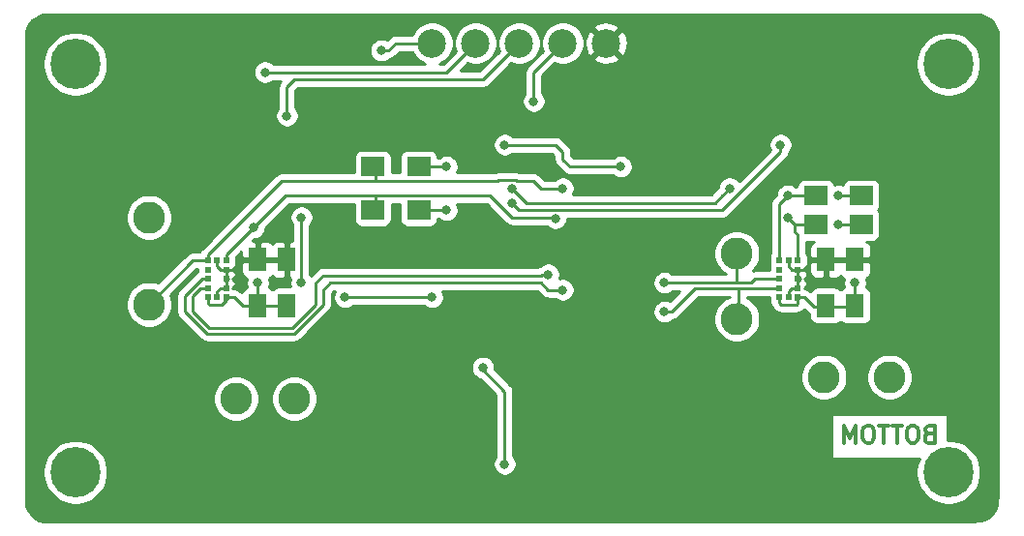
<source format=gbr>
G04 #@! TF.GenerationSoftware,KiCad,Pcbnew,5.0.2+dfsg1-1*
G04 #@! TF.CreationDate,2019-12-13T09:40:21+01:00*
G04 #@! TF.ProjectId,tof_sensor,746f665f-7365-46e7-936f-722e6b696361,1.0*
G04 #@! TF.SameCoordinates,Original*
G04 #@! TF.FileFunction,Copper,L2,Bot*
G04 #@! TF.FilePolarity,Positive*
%FSLAX46Y46*%
G04 Gerber Fmt 4.6, Leading zero omitted, Abs format (unit mm)*
G04 Created by KiCad (PCBNEW 5.0.2+dfsg1-1) date ven 13 déc 2019 09:40:21 CET*
%MOMM*%
%LPD*%
G01*
G04 APERTURE LIST*
G04 #@! TA.AperFunction,NonConductor*
%ADD10C,0.300000*%
G04 #@! TD*
G04 #@! TA.AperFunction,SMDPad,CuDef*
%ADD11R,0.500000X0.500000*%
G04 #@! TD*
G04 #@! TA.AperFunction,SMDPad,CuDef*
%ADD12C,0.500000*%
G04 #@! TD*
G04 #@! TA.AperFunction,Conductor*
%ADD13C,0.100000*%
G04 #@! TD*
G04 #@! TA.AperFunction,ComponentPad*
%ADD14C,2.800000*%
G04 #@! TD*
G04 #@! TA.AperFunction,ComponentPad*
%ADD15C,4.400000*%
G04 #@! TD*
G04 #@! TA.AperFunction,ComponentPad*
%ADD16C,0.700000*%
G04 #@! TD*
G04 #@! TA.AperFunction,SMDPad,CuDef*
%ADD17R,2.000000X1.700000*%
G04 #@! TD*
G04 #@! TA.AperFunction,ComponentPad*
%ADD18C,2.499360*%
G04 #@! TD*
G04 #@! TA.AperFunction,SMDPad,CuDef*
%ADD19R,1.600000X2.000000*%
G04 #@! TD*
G04 #@! TA.AperFunction,ViaPad*
%ADD20C,0.800000*%
G04 #@! TD*
G04 #@! TA.AperFunction,Conductor*
%ADD21C,0.250000*%
G04 #@! TD*
G04 #@! TA.AperFunction,Conductor*
%ADD22C,0.254000*%
G04 #@! TD*
G04 APERTURE END LIST*
D10*
X190789285Y-98317857D02*
X190575000Y-98389285D01*
X190503571Y-98460714D01*
X190432142Y-98603571D01*
X190432142Y-98817857D01*
X190503571Y-98960714D01*
X190575000Y-99032142D01*
X190717857Y-99103571D01*
X191289285Y-99103571D01*
X191289285Y-97603571D01*
X190789285Y-97603571D01*
X190646428Y-97675000D01*
X190575000Y-97746428D01*
X190503571Y-97889285D01*
X190503571Y-98032142D01*
X190575000Y-98175000D01*
X190646428Y-98246428D01*
X190789285Y-98317857D01*
X191289285Y-98317857D01*
X189503571Y-97603571D02*
X189217857Y-97603571D01*
X189075000Y-97675000D01*
X188932142Y-97817857D01*
X188860714Y-98103571D01*
X188860714Y-98603571D01*
X188932142Y-98889285D01*
X189075000Y-99032142D01*
X189217857Y-99103571D01*
X189503571Y-99103571D01*
X189646428Y-99032142D01*
X189789285Y-98889285D01*
X189860714Y-98603571D01*
X189860714Y-98103571D01*
X189789285Y-97817857D01*
X189646428Y-97675000D01*
X189503571Y-97603571D01*
X188432142Y-97603571D02*
X187575000Y-97603571D01*
X188003571Y-99103571D02*
X188003571Y-97603571D01*
X187289285Y-97603571D02*
X186432142Y-97603571D01*
X186860714Y-99103571D02*
X186860714Y-97603571D01*
X185646428Y-97603571D02*
X185360714Y-97603571D01*
X185217857Y-97675000D01*
X185075000Y-97817857D01*
X185003571Y-98103571D01*
X185003571Y-98603571D01*
X185075000Y-98889285D01*
X185217857Y-99032142D01*
X185360714Y-99103571D01*
X185646428Y-99103571D01*
X185789285Y-99032142D01*
X185932142Y-98889285D01*
X186003571Y-98603571D01*
X186003571Y-98103571D01*
X185932142Y-97817857D01*
X185789285Y-97675000D01*
X185646428Y-97603571D01*
X184360714Y-99103571D02*
X184360714Y-97603571D01*
X183860714Y-98675000D01*
X183360714Y-97603571D01*
X183360714Y-99103571D01*
D11*
G04 #@! TO.P,U3,12*
G04 #@! TO.N,GND*
X128505000Y-86360000D03*
G04 #@! TO.P,U3,11*
G04 #@! TO.N,VDD*
X127705000Y-86360000D03*
G04 #@! TO.P,U3,10*
G04 #@! TO.N,/SCL1*
X127705000Y-85560000D03*
G04 #@! TO.P,U3,9*
G04 #@! TO.N,/SDA1*
X127705000Y-84760000D03*
G04 #@! TO.P,U3,8*
G04 #@! TO.N,Net-(U3-Pad8)*
X127705000Y-83960000D03*
G04 #@! TO.P,U3,7*
G04 #@! TO.N,/INT_L*
X127705000Y-83160000D03*
G04 #@! TO.P,U3,6*
G04 #@! TO.N,GND*
X128505000Y-83160000D03*
G04 #@! TO.P,U3,5*
G04 #@! TO.N,/XSHUT_L*
X129305000Y-83160000D03*
G04 #@! TO.P,U3,4*
G04 #@! TO.N,GND*
X129305000Y-83960000D03*
G04 #@! TO.P,U3,3*
X129305000Y-84760000D03*
G04 #@! TO.P,U3,2*
X129305000Y-85560000D03*
D12*
G04 #@! TO.P,U3,1*
G04 #@! TO.N,VDD*
X129305000Y-86360000D03*
D13*
G04 #@! TD*
G04 #@! TO.N,VDD*
G04 #@! TO.C,U3*
G36*
X129555000Y-86610000D02*
X129305000Y-86610000D01*
X129305000Y-86690000D01*
X129055000Y-86690000D01*
X129055000Y-86110000D01*
X129555000Y-86110000D01*
X129555000Y-86610000D01*
X129555000Y-86610000D01*
G37*
D11*
G04 #@! TO.P,U4,12*
G04 #@! TO.N,GND*
X178505000Y-86360000D03*
G04 #@! TO.P,U4,11*
G04 #@! TO.N,VDD*
X177705000Y-86360000D03*
G04 #@! TO.P,U4,10*
G04 #@! TO.N,/SCL1*
X177705000Y-85560000D03*
G04 #@! TO.P,U4,9*
G04 #@! TO.N,/SDA1*
X177705000Y-84760000D03*
G04 #@! TO.P,U4,8*
G04 #@! TO.N,Net-(U4-Pad8)*
X177705000Y-83960000D03*
G04 #@! TO.P,U4,7*
G04 #@! TO.N,/INT_R*
X177705000Y-83160000D03*
G04 #@! TO.P,U4,6*
G04 #@! TO.N,GND*
X178505000Y-83160000D03*
G04 #@! TO.P,U4,5*
G04 #@! TO.N,/XSHUT_R*
X179305000Y-83160000D03*
G04 #@! TO.P,U4,4*
G04 #@! TO.N,GND*
X179305000Y-83960000D03*
G04 #@! TO.P,U4,3*
X179305000Y-84760000D03*
G04 #@! TO.P,U4,2*
X179305000Y-85560000D03*
D12*
G04 #@! TO.P,U4,1*
G04 #@! TO.N,VDD*
X179305000Y-86360000D03*
D13*
G04 #@! TD*
G04 #@! TO.N,VDD*
G04 #@! TO.C,U4*
G36*
X179555000Y-86610000D02*
X179305000Y-86610000D01*
X179305000Y-86690000D01*
X179055000Y-86690000D01*
X179055000Y-86110000D01*
X179555000Y-86110000D01*
X179555000Y-86610000D01*
X179555000Y-86610000D01*
G37*
D14*
G04 #@! TO.P,TP9,1*
G04 #@! TO.N,/XSHUT_L*
X122555000Y-79375000D03*
G04 #@! TD*
G04 #@! TO.P,TP10,1*
G04 #@! TO.N,/INT_L*
X122555000Y-86995000D03*
G04 #@! TD*
D15*
G04 #@! TO.P,REF\002A\002A,1*
G04 #@! TO.N,N/C*
X192485000Y-101680000D03*
D16*
X194135000Y-101680000D03*
X193651726Y-102846726D03*
X192485000Y-103330000D03*
X191318274Y-102846726D03*
X190835000Y-101680000D03*
X191318274Y-100513274D03*
X192485000Y-100030000D03*
X193651726Y-100513274D03*
G04 #@! TD*
D15*
G04 #@! TO.P,REF\002A\002A,1*
G04 #@! TO.N,N/C*
X116125000Y-101680000D03*
D16*
X117775000Y-101680000D03*
X117291726Y-102846726D03*
X116125000Y-103330000D03*
X114958274Y-102846726D03*
X114475000Y-101680000D03*
X114958274Y-100513274D03*
X116125000Y-100030000D03*
X117291726Y-100513274D03*
G04 #@! TD*
D15*
G04 #@! TO.P,REF\002A\002A,1*
G04 #@! TO.N,N/C*
X192485000Y-65960000D03*
D16*
X194135000Y-65960000D03*
X193651726Y-67126726D03*
X192485000Y-67610000D03*
X191318274Y-67126726D03*
X190835000Y-65960000D03*
X191318274Y-64793274D03*
X192485000Y-64310000D03*
X193651726Y-64793274D03*
G04 #@! TD*
D15*
G04 #@! TO.P,REF\002A\002A,1*
G04 #@! TO.N,N/C*
X116125000Y-65960000D03*
D16*
X117775000Y-65960000D03*
X117291726Y-67126726D03*
X116125000Y-67610000D03*
X114958274Y-67126726D03*
X114475000Y-65960000D03*
X114958274Y-64793274D03*
X116125000Y-64310000D03*
X117291726Y-64793274D03*
G04 #@! TD*
D17*
G04 #@! TO.P,R2,1*
G04 #@! TO.N,VDD*
X146145000Y-74930000D03*
G04 #@! TO.P,R2,2*
G04 #@! TO.N,/INT_L*
X142145000Y-74930000D03*
G04 #@! TD*
D14*
G04 #@! TO.P,TP12,1*
G04 #@! TO.N,/XSHUT_R*
X181610000Y-93345000D03*
G04 #@! TD*
G04 #@! TO.P,TP11,1*
G04 #@! TO.N,/INT_R*
X187325000Y-93345000D03*
G04 #@! TD*
G04 #@! TO.P,TP5,1*
G04 #@! TO.N,/SCL2_LV*
X130175000Y-95250000D03*
G04 #@! TD*
G04 #@! TO.P,TP4,1*
G04 #@! TO.N,/SDA2_LV*
X135255000Y-95250000D03*
G04 #@! TD*
G04 #@! TO.P,TP3,1*
G04 #@! TO.N,/SCL1*
X173990000Y-88265000D03*
G04 #@! TD*
G04 #@! TO.P,TP2,1*
G04 #@! TO.N,/SDA1*
X173990000Y-82550000D03*
G04 #@! TD*
D17*
G04 #@! TO.P,R9,1*
G04 #@! TO.N,VDD*
X184880000Y-80010000D03*
G04 #@! TO.P,R9,2*
G04 #@! TO.N,/XSHUT_R*
X180880000Y-80010000D03*
G04 #@! TD*
G04 #@! TO.P,R7,1*
G04 #@! TO.N,VDD*
X184880000Y-77470000D03*
G04 #@! TO.P,R7,2*
G04 #@! TO.N,/INT_R*
X180880000Y-77470000D03*
G04 #@! TD*
G04 #@! TO.P,R3,1*
G04 #@! TO.N,VDD*
X146145000Y-78740000D03*
G04 #@! TO.P,R3,2*
G04 #@! TO.N,/XSHUT_L*
X142145000Y-78740000D03*
G04 #@! TD*
D18*
G04 #@! TO.P,J2,5*
G04 #@! TO.N,GND*
X162560000Y-64135000D03*
G04 #@! TO.P,J2,4*
G04 #@! TO.N,/INT_OUT*
X158750000Y-64135000D03*
G04 #@! TO.P,J2,3*
G04 #@! TO.N,/SDA2_HV*
X154940000Y-64135000D03*
G04 #@! TO.P,J2,2*
G04 #@! TO.N,/SCL2_HV*
X151130000Y-64135000D03*
G04 #@! TO.P,J2,1*
G04 #@! TO.N,VCC*
X147320000Y-64135000D03*
G04 #@! TD*
D19*
G04 #@! TO.P,C9,1*
G04 #@! TO.N,VDD*
X184310000Y-87090000D03*
G04 #@! TO.P,C9,2*
G04 #@! TO.N,GND*
X184310000Y-83090000D03*
G04 #@! TD*
G04 #@! TO.P,C6,1*
G04 #@! TO.N,VDD*
X181770000Y-87090000D03*
G04 #@! TO.P,C6,2*
G04 #@! TO.N,GND*
X181770000Y-83090000D03*
G04 #@! TD*
G04 #@! TO.P,C5,1*
G04 #@! TO.N,VDD*
X132080000Y-87090000D03*
G04 #@! TO.P,C5,2*
G04 #@! TO.N,GND*
X132080000Y-83090000D03*
G04 #@! TD*
G04 #@! TO.P,C4,1*
G04 #@! TO.N,VDD*
X134620000Y-87090000D03*
G04 #@! TO.P,C4,2*
G04 #@! TO.N,GND*
X134620000Y-83090000D03*
G04 #@! TD*
D20*
G04 #@! TO.N,VCC*
X142875000Y-64770000D03*
G04 #@! TO.N,GND*
X133350000Y-80645000D03*
X130175000Y-77470000D03*
X128270000Y-67310000D03*
X158750000Y-83820000D03*
X167640000Y-82550000D03*
X161290000Y-70485000D03*
X136525000Y-71755000D03*
X139065000Y-71755000D03*
X147955000Y-81915000D03*
X166370000Y-69215000D03*
X168910000Y-66040000D03*
X168910000Y-72390000D03*
X163195000Y-73660000D03*
X146685000Y-69850000D03*
X168275000Y-93345000D03*
X139700000Y-88900000D03*
X123825000Y-69850000D03*
X144780000Y-96520000D03*
X144780000Y-99060000D03*
X144780000Y-101600000D03*
X182880000Y-73025000D03*
G04 #@! TO.N,VDD*
X184310000Y-85090000D03*
X182880000Y-77470000D03*
X182880000Y-80010000D03*
X148590000Y-74930000D03*
X148590000Y-78740000D03*
X132080000Y-85090000D03*
G04 #@! TO.N,/Vpp*
X163830000Y-74930000D03*
X153670000Y-73025000D03*
G04 #@! TO.N,/LED*
X147320000Y-86360000D03*
X139700000Y-86360000D03*
G04 #@! TO.N,/ICSPCLK*
X154305000Y-78105000D03*
X177800000Y-73025000D03*
G04 #@! TO.N,/ICSPDAT*
X154305000Y-76835000D03*
X173355000Y-76835000D03*
G04 #@! TO.N,/INT_OUT*
X156210000Y-69215000D03*
G04 #@! TO.N,/SDA2_HV*
X134620000Y-70485000D03*
G04 #@! TO.N,/SCL2_HV*
X132715000Y-66675000D03*
G04 #@! TO.N,/INT_L*
X158750000Y-76835000D03*
G04 #@! TO.N,/XSHUT_L*
X158115000Y-79465000D03*
X131700000Y-80265000D03*
G04 #@! TO.N,/SDA1*
X167640000Y-85090000D03*
X158750000Y-85725000D03*
G04 #@! TO.N,/SCL1*
X167640000Y-87630000D03*
X157480000Y-84365000D03*
G04 #@! TO.N,/INT_R*
X178435000Y-77470000D03*
G04 #@! TO.N,/SDA2_LV*
X135890000Y-79375000D03*
X135890000Y-85090000D03*
G04 #@! TO.N,/XSHUT_R*
X178435000Y-79375000D03*
G04 #@! TO.N,/DIP1*
X153670000Y-100965000D03*
X151765000Y-92529999D03*
G04 #@! TD*
D21*
G04 #@! TO.N,VCC*
X142875000Y-64770000D02*
X143510000Y-64770000D01*
X144145000Y-64135000D02*
X147320000Y-64135000D01*
X143510000Y-64770000D02*
X144145000Y-64135000D01*
G04 #@! TO.N,GND*
X178805000Y-83960000D02*
X179305000Y-83960000D01*
X178505000Y-83660000D02*
X178805000Y-83960000D01*
X178505000Y-83160000D02*
X178505000Y-83660000D01*
X179305000Y-83960000D02*
X179305000Y-85560000D01*
X178505000Y-85860000D02*
X178505000Y-86360000D01*
X178805000Y-85560000D02*
X178505000Y-85860000D01*
X179305000Y-85560000D02*
X178805000Y-85560000D01*
X180675000Y-83090000D02*
X181770000Y-83090000D01*
X179305000Y-83960000D02*
X179805000Y-83960000D01*
X179805000Y-83960000D02*
X180675000Y-83090000D01*
X181770000Y-83090000D02*
X184310000Y-83090000D01*
X128805000Y-83960000D02*
X129305000Y-83960000D01*
X128505000Y-83660000D02*
X128805000Y-83960000D01*
X128505000Y-83160000D02*
X128505000Y-83660000D01*
X129305000Y-83960000D02*
X129305000Y-85560000D01*
X128505000Y-85860000D02*
X128505000Y-86360000D01*
X128805000Y-85560000D02*
X128505000Y-85860000D01*
X129305000Y-85560000D02*
X128805000Y-85560000D01*
X129305000Y-83960000D02*
X129805000Y-83960000D01*
X130675000Y-83090000D02*
X131920000Y-83090000D01*
X129805000Y-83960000D02*
X130675000Y-83090000D01*
X131920000Y-83090000D02*
X134460000Y-83090000D01*
G04 #@! TO.N,VDD*
X180690000Y-87185000D02*
X181770000Y-87185000D01*
X179305000Y-86360000D02*
X179865000Y-86360000D01*
X179865000Y-86360000D02*
X180690000Y-87185000D01*
X181770000Y-87185000D02*
X184310000Y-87185000D01*
X129305000Y-86360000D02*
X130015000Y-86360000D01*
X130745000Y-87090000D02*
X131920000Y-87090000D01*
X130015000Y-86360000D02*
X130745000Y-87090000D01*
X131920000Y-87090000D02*
X134460000Y-87090000D01*
X184310000Y-87090000D02*
X184310000Y-85090000D01*
X177705000Y-86860000D02*
X177840000Y-86995000D01*
X177705000Y-86360000D02*
X177705000Y-86860000D01*
X177840000Y-86995000D02*
X179230000Y-86995000D01*
X179305000Y-86920000D02*
X179305000Y-86360000D01*
X179230000Y-86995000D02*
X179305000Y-86920000D01*
X127705000Y-86860000D02*
X127840000Y-86995000D01*
X127705000Y-86360000D02*
X127705000Y-86860000D01*
X129305000Y-86645002D02*
X128955002Y-86995000D01*
X129305000Y-86360000D02*
X129305000Y-86645002D01*
X128955002Y-86995000D02*
X127840000Y-86995000D01*
X184880000Y-77470000D02*
X182880000Y-77470000D01*
X184880000Y-80010000D02*
X182880000Y-80010000D01*
X146145000Y-74930000D02*
X148590000Y-74930000D01*
X146145000Y-78740000D02*
X147955000Y-78740000D01*
X147955000Y-78740000D02*
X148590000Y-78740000D01*
X132080000Y-87090000D02*
X132080000Y-85090000D01*
G04 #@! TO.N,/Vpp*
X163830000Y-74930000D02*
X159385000Y-74930000D01*
X158115000Y-73025000D02*
X153670000Y-73025000D01*
X158115000Y-73025000D02*
X158750000Y-73660000D01*
X159385000Y-74930000D02*
X158750000Y-74295000D01*
X158750000Y-74295000D02*
X158750000Y-73660000D01*
G04 #@! TO.N,/LED*
X147320000Y-86360000D02*
X139700000Y-86360000D01*
G04 #@! TO.N,/ICSPCLK*
X154940000Y-78740000D02*
X154305000Y-78105000D01*
X170180000Y-78740000D02*
X154940000Y-78740000D01*
X170180000Y-78740000D02*
X172720000Y-78740000D01*
X172720000Y-78740000D02*
X177800000Y-73660000D01*
X177800000Y-73660000D02*
X177800000Y-73025000D01*
G04 #@! TO.N,/ICSPDAT*
X154305000Y-76835000D02*
X155575000Y-78105000D01*
X155575000Y-78105000D02*
X170180000Y-78105000D01*
X170180000Y-78105000D02*
X171450000Y-78105000D01*
X171450000Y-78105000D02*
X171995000Y-78105000D01*
X171995000Y-78105000D02*
X172085000Y-78105000D01*
X172085000Y-78105000D02*
X172720000Y-77470000D01*
X172720000Y-77470000D02*
X173355000Y-76835000D01*
G04 #@! TO.N,/INT_OUT*
X156210000Y-66675000D02*
X158750000Y-64135000D01*
X156210000Y-69215000D02*
X156210000Y-66675000D01*
G04 #@! TO.N,/SDA2_HV*
X151765000Y-67310000D02*
X154940000Y-64135000D01*
X135255000Y-67310000D02*
X151765000Y-67310000D01*
X134620000Y-70485000D02*
X134620000Y-67945000D01*
X134620000Y-67945000D02*
X135255000Y-67310000D01*
G04 #@! TO.N,/SCL2_HV*
X148590000Y-66675000D02*
X151130000Y-64135000D01*
X132715000Y-66675000D02*
X148590000Y-66675000D01*
G04 #@! TO.N,/INT_L*
X153125001Y-76109999D02*
X153035000Y-76200000D01*
X156210000Y-76200000D02*
X154743002Y-76200000D01*
X127705000Y-82660000D02*
X127705000Y-83160000D01*
X158750000Y-76835000D02*
X156845000Y-76835000D01*
X156845000Y-76835000D02*
X156210000Y-76200000D01*
X154743002Y-76200000D02*
X154653001Y-76109999D01*
X134165000Y-76200000D02*
X127705000Y-82660000D01*
X154653001Y-76109999D02*
X153125001Y-76109999D01*
X142335000Y-76105000D02*
X142335000Y-74930000D01*
X142240000Y-76200000D02*
X153035000Y-76200000D01*
X142240000Y-76200000D02*
X142335000Y-76105000D01*
X134165000Y-76200000D02*
X142240000Y-76200000D01*
X126390000Y-83160000D02*
X127705000Y-83160000D01*
X122555000Y-86995000D02*
X126390000Y-83160000D01*
G04 #@! TO.N,/XSHUT_L*
X129305000Y-83160000D02*
X129305000Y-82660000D01*
X129305000Y-82660000D02*
X130667500Y-81297500D01*
X158025000Y-79375000D02*
X154305000Y-79375000D01*
X158115000Y-79465000D02*
X158025000Y-79375000D01*
X154305000Y-79375000D02*
X152400000Y-77470000D01*
X142335000Y-77565000D02*
X142335000Y-78740000D01*
X142240000Y-77470000D02*
X152400000Y-77470000D01*
X142240000Y-77470000D02*
X142335000Y-77565000D01*
X134495000Y-77470000D02*
X142240000Y-77470000D01*
X134495000Y-77470000D02*
X131700000Y-80265000D01*
X131700000Y-80265000D02*
X130667500Y-81297500D01*
G04 #@! TO.N,/SDA1*
X157480000Y-85725000D02*
X158750000Y-85725000D01*
X156845000Y-85090000D02*
X157480000Y-85725000D01*
X167640000Y-85090000D02*
X175260000Y-85090000D01*
X175590000Y-84760000D02*
X177705000Y-84760000D01*
X175260000Y-85090000D02*
X175590000Y-84760000D01*
X173990000Y-82550000D02*
X173990000Y-85090000D01*
X137795000Y-85725000D02*
X138430000Y-85090000D01*
X137795000Y-86995000D02*
X137795000Y-85725000D01*
X125730000Y-87630000D02*
X127635000Y-89535000D01*
X156845000Y-85090000D02*
X138430000Y-85090000D01*
X135924989Y-88865011D02*
X135926400Y-88865010D01*
X137610009Y-87179991D02*
X137795000Y-86995000D01*
X125730000Y-86235000D02*
X125730000Y-87630000D01*
X135926400Y-88865010D02*
X137610009Y-87181401D01*
X137610009Y-87181401D02*
X137610009Y-87179991D01*
X127705000Y-84760000D02*
X127205000Y-84760000D01*
X127205000Y-84760000D02*
X125730000Y-86235000D01*
X127635000Y-89535000D02*
X135255000Y-89535000D01*
X135255000Y-89535000D02*
X135924989Y-88865011D01*
G04 #@! TO.N,/SCL1*
X167640000Y-87630000D02*
X168275000Y-87630000D01*
X168275000Y-87630000D02*
X170345000Y-85560000D01*
X174155000Y-85560000D02*
X177705000Y-85560000D01*
X170345000Y-85560000D02*
X174155000Y-85560000D01*
X174155000Y-85560000D02*
X174155000Y-86830000D01*
X173990000Y-86995000D02*
X173990000Y-88265000D01*
X174155000Y-86830000D02*
X173990000Y-86995000D01*
X127041410Y-85560000D02*
X127705000Y-85560000D01*
X126365000Y-86236410D02*
X127041410Y-85560000D01*
X135739999Y-88415001D02*
X135738588Y-88415002D01*
X127821400Y-89084990D02*
X126365000Y-87628590D01*
X136525000Y-87630000D02*
X135739999Y-88415001D01*
X135738588Y-88415002D02*
X135068600Y-89084990D01*
X135068600Y-89084990D02*
X127821400Y-89084990D01*
X126365000Y-87628590D02*
X126365000Y-86236410D01*
X157480000Y-84365000D02*
X156914315Y-84365000D01*
X156914315Y-84365000D02*
X156824315Y-84455000D01*
X136525000Y-87630000D02*
X137160000Y-86995000D01*
X137160000Y-86995000D02*
X137160000Y-86360000D01*
X137160000Y-85088590D02*
X137793590Y-84455000D01*
X137160000Y-86360000D02*
X137160000Y-85088590D01*
X137793590Y-84455000D02*
X156845000Y-84455000D01*
G04 #@! TO.N,/INT_R*
X178435000Y-77470000D02*
X180880000Y-77470000D01*
X177705000Y-78200000D02*
X177705000Y-83160000D01*
X178435000Y-77470000D02*
X177705000Y-78200000D01*
G04 #@! TO.N,/SDA2_LV*
X135890000Y-79375000D02*
X135890000Y-85090000D01*
G04 #@! TO.N,/XSHUT_R*
X179305000Y-83160000D02*
X179305000Y-82475000D01*
X178435000Y-79375000D02*
X179070000Y-80010000D01*
X179070000Y-80010000D02*
X180880000Y-80010000D01*
X179070000Y-80010000D02*
X179070000Y-80645000D01*
X179305000Y-80880000D02*
X179305000Y-82475000D01*
X179070000Y-80645000D02*
X179305000Y-80880000D01*
G04 #@! TO.N,/DIP1*
X153670000Y-100965000D02*
X153670000Y-94615000D01*
X153670000Y-94615000D02*
X151765000Y-92710000D01*
X151765000Y-92710000D02*
X151765000Y-92529999D01*
G04 #@! TD*
D22*
G04 #@! TO.N,GND*
G36*
X195309545Y-61658909D02*
X195660208Y-61764780D01*
X195983625Y-61936744D01*
X196267484Y-62168254D01*
X196500965Y-62450486D01*
X196675183Y-62772695D01*
X196783502Y-63122614D01*
X196825000Y-63517443D01*
X196825001Y-87597572D01*
X196825000Y-87597582D01*
X196825001Y-103823041D01*
X196784405Y-103917758D01*
X196754581Y-104058070D01*
X196753508Y-104068276D01*
X196712167Y-104489908D01*
X196610547Y-104826489D01*
X196445487Y-105136922D01*
X196223275Y-105409381D01*
X195952373Y-105633489D01*
X195643100Y-105800713D01*
X195307236Y-105904680D01*
X194885904Y-105948964D01*
X194868713Y-105952493D01*
X194799718Y-105959502D01*
X194662539Y-106001442D01*
X194627929Y-106020000D01*
X113697279Y-106020000D01*
X113300455Y-105981091D01*
X112949794Y-105875220D01*
X112626377Y-105703257D01*
X112342518Y-105471748D01*
X112109035Y-105189514D01*
X111934816Y-104867304D01*
X111826498Y-104517385D01*
X111785000Y-104122557D01*
X111785000Y-101400777D01*
X113290000Y-101400777D01*
X113290000Y-101959223D01*
X113398948Y-102506939D01*
X113612656Y-103022876D01*
X113922912Y-103487207D01*
X114317793Y-103882088D01*
X114782124Y-104192344D01*
X115298061Y-104406052D01*
X115845777Y-104515000D01*
X116404223Y-104515000D01*
X116951939Y-104406052D01*
X117467876Y-104192344D01*
X117932207Y-103882088D01*
X118327088Y-103487207D01*
X118637344Y-103022876D01*
X118851052Y-102506939D01*
X118960000Y-101959223D01*
X118960000Y-101400777D01*
X118851052Y-100853061D01*
X118637344Y-100337124D01*
X118327088Y-99872793D01*
X117932207Y-99477912D01*
X117467876Y-99167656D01*
X116951939Y-98953948D01*
X116404223Y-98845000D01*
X115845777Y-98845000D01*
X115298061Y-98953948D01*
X114782124Y-99167656D01*
X114317793Y-99477912D01*
X113922912Y-99872793D01*
X113612656Y-100337124D01*
X113398948Y-100853061D01*
X113290000Y-101400777D01*
X111785000Y-101400777D01*
X111785000Y-95049570D01*
X128140000Y-95049570D01*
X128140000Y-95450430D01*
X128218204Y-95843587D01*
X128371607Y-96213934D01*
X128594313Y-96547237D01*
X128877763Y-96830687D01*
X129211066Y-97053393D01*
X129581413Y-97206796D01*
X129974570Y-97285000D01*
X130375430Y-97285000D01*
X130768587Y-97206796D01*
X131138934Y-97053393D01*
X131472237Y-96830687D01*
X131755687Y-96547237D01*
X131978393Y-96213934D01*
X132131796Y-95843587D01*
X132210000Y-95450430D01*
X132210000Y-95049570D01*
X133220000Y-95049570D01*
X133220000Y-95450430D01*
X133298204Y-95843587D01*
X133451607Y-96213934D01*
X133674313Y-96547237D01*
X133957763Y-96830687D01*
X134291066Y-97053393D01*
X134661413Y-97206796D01*
X135054570Y-97285000D01*
X135455430Y-97285000D01*
X135848587Y-97206796D01*
X136218934Y-97053393D01*
X136552237Y-96830687D01*
X136835687Y-96547237D01*
X137058393Y-96213934D01*
X137211796Y-95843587D01*
X137290000Y-95450430D01*
X137290000Y-95049570D01*
X137211796Y-94656413D01*
X137058393Y-94286066D01*
X136835687Y-93952763D01*
X136552237Y-93669313D01*
X136218934Y-93446607D01*
X135848587Y-93293204D01*
X135455430Y-93215000D01*
X135054570Y-93215000D01*
X134661413Y-93293204D01*
X134291066Y-93446607D01*
X133957763Y-93669313D01*
X133674313Y-93952763D01*
X133451607Y-94286066D01*
X133298204Y-94656413D01*
X133220000Y-95049570D01*
X132210000Y-95049570D01*
X132131796Y-94656413D01*
X131978393Y-94286066D01*
X131755687Y-93952763D01*
X131472237Y-93669313D01*
X131138934Y-93446607D01*
X130768587Y-93293204D01*
X130375430Y-93215000D01*
X129974570Y-93215000D01*
X129581413Y-93293204D01*
X129211066Y-93446607D01*
X128877763Y-93669313D01*
X128594313Y-93952763D01*
X128371607Y-94286066D01*
X128218204Y-94656413D01*
X128140000Y-95049570D01*
X111785000Y-95049570D01*
X111785000Y-92428060D01*
X150730000Y-92428060D01*
X150730000Y-92631938D01*
X150769774Y-92831897D01*
X150847795Y-93020255D01*
X150961063Y-93189773D01*
X151105226Y-93333936D01*
X151274744Y-93447204D01*
X151463102Y-93525225D01*
X151515932Y-93535734D01*
X152910001Y-94929803D01*
X152910000Y-100261289D01*
X152866063Y-100305226D01*
X152752795Y-100474744D01*
X152674774Y-100663102D01*
X152635000Y-100863061D01*
X152635000Y-101066939D01*
X152674774Y-101266898D01*
X152752795Y-101455256D01*
X152866063Y-101624774D01*
X153010226Y-101768937D01*
X153179744Y-101882205D01*
X153368102Y-101960226D01*
X153568061Y-102000000D01*
X153771939Y-102000000D01*
X153971898Y-101960226D01*
X154160256Y-101882205D01*
X154329774Y-101768937D01*
X154473937Y-101624774D01*
X154587205Y-101455256D01*
X154665226Y-101266898D01*
X154705000Y-101066939D01*
X154705000Y-100863061D01*
X154665226Y-100663102D01*
X154587205Y-100474744D01*
X154473937Y-100305226D01*
X154430000Y-100261289D01*
X154430000Y-96635000D01*
X182218572Y-96635000D01*
X182218572Y-100455000D01*
X189923830Y-100455000D01*
X189758948Y-100853061D01*
X189650000Y-101400777D01*
X189650000Y-101959223D01*
X189758948Y-102506939D01*
X189972656Y-103022876D01*
X190282912Y-103487207D01*
X190677793Y-103882088D01*
X191142124Y-104192344D01*
X191658061Y-104406052D01*
X192205777Y-104515000D01*
X192764223Y-104515000D01*
X193311939Y-104406052D01*
X193827876Y-104192344D01*
X194292207Y-103882088D01*
X194687088Y-103487207D01*
X194997344Y-103022876D01*
X195211052Y-102506939D01*
X195320000Y-101959223D01*
X195320000Y-101400777D01*
X195211052Y-100853061D01*
X194997344Y-100337124D01*
X194687088Y-99872793D01*
X194292207Y-99477912D01*
X193827876Y-99167656D01*
X193311939Y-98953948D01*
X192764223Y-98845000D01*
X192431429Y-98845000D01*
X192431429Y-96635000D01*
X182218572Y-96635000D01*
X154430000Y-96635000D01*
X154430000Y-94652323D01*
X154433676Y-94615000D01*
X154430000Y-94577677D01*
X154430000Y-94577667D01*
X154419003Y-94466014D01*
X154375546Y-94322753D01*
X154304974Y-94190724D01*
X154210001Y-94074999D01*
X154181003Y-94051201D01*
X153274372Y-93144570D01*
X179575000Y-93144570D01*
X179575000Y-93545430D01*
X179653204Y-93938587D01*
X179806607Y-94308934D01*
X180029313Y-94642237D01*
X180312763Y-94925687D01*
X180646066Y-95148393D01*
X181016413Y-95301796D01*
X181409570Y-95380000D01*
X181810430Y-95380000D01*
X182203587Y-95301796D01*
X182573934Y-95148393D01*
X182907237Y-94925687D01*
X183190687Y-94642237D01*
X183413393Y-94308934D01*
X183566796Y-93938587D01*
X183645000Y-93545430D01*
X183645000Y-93144570D01*
X185290000Y-93144570D01*
X185290000Y-93545430D01*
X185368204Y-93938587D01*
X185521607Y-94308934D01*
X185744313Y-94642237D01*
X186027763Y-94925687D01*
X186361066Y-95148393D01*
X186731413Y-95301796D01*
X187124570Y-95380000D01*
X187525430Y-95380000D01*
X187918587Y-95301796D01*
X188288934Y-95148393D01*
X188622237Y-94925687D01*
X188905687Y-94642237D01*
X189128393Y-94308934D01*
X189281796Y-93938587D01*
X189360000Y-93545430D01*
X189360000Y-93144570D01*
X189281796Y-92751413D01*
X189128393Y-92381066D01*
X188905687Y-92047763D01*
X188622237Y-91764313D01*
X188288934Y-91541607D01*
X187918587Y-91388204D01*
X187525430Y-91310000D01*
X187124570Y-91310000D01*
X186731413Y-91388204D01*
X186361066Y-91541607D01*
X186027763Y-91764313D01*
X185744313Y-92047763D01*
X185521607Y-92381066D01*
X185368204Y-92751413D01*
X185290000Y-93144570D01*
X183645000Y-93144570D01*
X183566796Y-92751413D01*
X183413393Y-92381066D01*
X183190687Y-92047763D01*
X182907237Y-91764313D01*
X182573934Y-91541607D01*
X182203587Y-91388204D01*
X181810430Y-91310000D01*
X181409570Y-91310000D01*
X181016413Y-91388204D01*
X180646066Y-91541607D01*
X180312763Y-91764313D01*
X180029313Y-92047763D01*
X179806607Y-92381066D01*
X179653204Y-92751413D01*
X179575000Y-93144570D01*
X153274372Y-93144570D01*
X152793652Y-92663851D01*
X152800000Y-92631938D01*
X152800000Y-92428060D01*
X152760226Y-92228101D01*
X152682205Y-92039743D01*
X152568937Y-91870225D01*
X152424774Y-91726062D01*
X152255256Y-91612794D01*
X152066898Y-91534773D01*
X151866939Y-91494999D01*
X151663061Y-91494999D01*
X151463102Y-91534773D01*
X151274744Y-91612794D01*
X151105226Y-91726062D01*
X150961063Y-91870225D01*
X150847795Y-92039743D01*
X150769774Y-92228101D01*
X150730000Y-92428060D01*
X111785000Y-92428060D01*
X111785000Y-86794570D01*
X120520000Y-86794570D01*
X120520000Y-87195430D01*
X120598204Y-87588587D01*
X120751607Y-87958934D01*
X120974313Y-88292237D01*
X121257763Y-88575687D01*
X121591066Y-88798393D01*
X121961413Y-88951796D01*
X122354570Y-89030000D01*
X122755430Y-89030000D01*
X123148587Y-88951796D01*
X123518934Y-88798393D01*
X123852237Y-88575687D01*
X124135687Y-88292237D01*
X124358393Y-87958934D01*
X124511796Y-87588587D01*
X124590000Y-87195430D01*
X124590000Y-86794570D01*
X124511796Y-86401413D01*
X124427323Y-86197478D01*
X126704802Y-83920000D01*
X126816928Y-83920000D01*
X126816928Y-84105674D01*
X126780723Y-84125026D01*
X126734753Y-84162753D01*
X126664999Y-84219999D01*
X126641201Y-84248997D01*
X125219003Y-85671196D01*
X125189999Y-85694999D01*
X125145047Y-85749774D01*
X125095026Y-85810724D01*
X125049445Y-85896000D01*
X125024454Y-85942754D01*
X124980997Y-86086015D01*
X124970000Y-86197668D01*
X124970000Y-86197678D01*
X124966324Y-86235000D01*
X124970000Y-86272323D01*
X124970001Y-87592668D01*
X124966324Y-87630000D01*
X124970001Y-87667333D01*
X124980998Y-87778986D01*
X124991912Y-87814965D01*
X125024454Y-87922246D01*
X125095026Y-88054276D01*
X125136686Y-88105038D01*
X125190000Y-88170001D01*
X125218998Y-88193799D01*
X127071201Y-90046003D01*
X127094999Y-90075001D01*
X127210724Y-90169974D01*
X127342753Y-90240546D01*
X127486014Y-90284003D01*
X127597667Y-90295000D01*
X127597677Y-90295000D01*
X127635000Y-90298676D01*
X127672323Y-90295000D01*
X135217678Y-90295000D01*
X135255000Y-90298676D01*
X135292322Y-90295000D01*
X135292333Y-90295000D01*
X135403986Y-90284003D01*
X135547247Y-90240546D01*
X135679276Y-90169974D01*
X135795001Y-90075001D01*
X135818803Y-90045998D01*
X136429544Y-89435258D01*
X136437402Y-89428809D01*
X136437592Y-89428619D01*
X136466783Y-89404628D01*
X136490390Y-89375821D01*
X138121013Y-87745199D01*
X138150010Y-87721402D01*
X138180266Y-87684535D01*
X138305998Y-87558803D01*
X138335001Y-87535001D01*
X138429974Y-87419276D01*
X138500546Y-87287247D01*
X138544003Y-87143986D01*
X138555000Y-87032333D01*
X138555000Y-87032325D01*
X138558676Y-86995000D01*
X138555000Y-86957675D01*
X138555000Y-86039801D01*
X138744802Y-85850000D01*
X138795987Y-85850000D01*
X138782795Y-85869744D01*
X138704774Y-86058102D01*
X138665000Y-86258061D01*
X138665000Y-86461939D01*
X138704774Y-86661898D01*
X138782795Y-86850256D01*
X138896063Y-87019774D01*
X139040226Y-87163937D01*
X139209744Y-87277205D01*
X139398102Y-87355226D01*
X139598061Y-87395000D01*
X139801939Y-87395000D01*
X140001898Y-87355226D01*
X140190256Y-87277205D01*
X140359774Y-87163937D01*
X140403711Y-87120000D01*
X146616289Y-87120000D01*
X146660226Y-87163937D01*
X146829744Y-87277205D01*
X147018102Y-87355226D01*
X147218061Y-87395000D01*
X147421939Y-87395000D01*
X147621898Y-87355226D01*
X147810256Y-87277205D01*
X147979774Y-87163937D01*
X148123937Y-87019774D01*
X148237205Y-86850256D01*
X148315226Y-86661898D01*
X148355000Y-86461939D01*
X148355000Y-86258061D01*
X148315226Y-86058102D01*
X148237205Y-85869744D01*
X148224013Y-85850000D01*
X156530199Y-85850000D01*
X156916200Y-86236002D01*
X156939999Y-86265001D01*
X157019201Y-86330000D01*
X157055724Y-86359974D01*
X157187753Y-86430546D01*
X157331014Y-86474003D01*
X157480000Y-86488677D01*
X157517333Y-86485000D01*
X158046289Y-86485000D01*
X158090226Y-86528937D01*
X158259744Y-86642205D01*
X158448102Y-86720226D01*
X158648061Y-86760000D01*
X158851939Y-86760000D01*
X159051898Y-86720226D01*
X159240256Y-86642205D01*
X159409774Y-86528937D01*
X159553937Y-86384774D01*
X159667205Y-86215256D01*
X159745226Y-86026898D01*
X159785000Y-85826939D01*
X159785000Y-85623061D01*
X159745226Y-85423102D01*
X159667205Y-85234744D01*
X159553937Y-85065226D01*
X159476772Y-84988061D01*
X166605000Y-84988061D01*
X166605000Y-85191939D01*
X166644774Y-85391898D01*
X166722795Y-85580256D01*
X166836063Y-85749774D01*
X166980226Y-85893937D01*
X167149744Y-86007205D01*
X167338102Y-86085226D01*
X167538061Y-86125000D01*
X167741939Y-86125000D01*
X167941898Y-86085226D01*
X168130256Y-86007205D01*
X168299774Y-85893937D01*
X168343711Y-85850000D01*
X168980198Y-85850000D01*
X168121168Y-86709031D01*
X167941898Y-86634774D01*
X167741939Y-86595000D01*
X167538061Y-86595000D01*
X167338102Y-86634774D01*
X167149744Y-86712795D01*
X166980226Y-86826063D01*
X166836063Y-86970226D01*
X166722795Y-87139744D01*
X166644774Y-87328102D01*
X166605000Y-87528061D01*
X166605000Y-87731939D01*
X166644774Y-87931898D01*
X166722795Y-88120256D01*
X166836063Y-88289774D01*
X166980226Y-88433937D01*
X167149744Y-88547205D01*
X167338102Y-88625226D01*
X167538061Y-88665000D01*
X167741939Y-88665000D01*
X167941898Y-88625226D01*
X168130256Y-88547205D01*
X168299774Y-88433937D01*
X168347139Y-88386572D01*
X168423986Y-88379003D01*
X168567247Y-88335546D01*
X168699276Y-88264974D01*
X168815001Y-88170001D01*
X168838804Y-88140997D01*
X170659802Y-86320000D01*
X173367935Y-86320000D01*
X173026066Y-86461607D01*
X172692763Y-86684313D01*
X172409313Y-86967763D01*
X172186607Y-87301066D01*
X172033204Y-87671413D01*
X171955000Y-88064570D01*
X171955000Y-88465430D01*
X172033204Y-88858587D01*
X172186607Y-89228934D01*
X172409313Y-89562237D01*
X172692763Y-89845687D01*
X173026066Y-90068393D01*
X173396413Y-90221796D01*
X173789570Y-90300000D01*
X174190430Y-90300000D01*
X174583587Y-90221796D01*
X174953934Y-90068393D01*
X175287237Y-89845687D01*
X175570687Y-89562237D01*
X175793393Y-89228934D01*
X175946796Y-88858587D01*
X176025000Y-88465430D01*
X176025000Y-88064570D01*
X175946796Y-87671413D01*
X175793393Y-87301066D01*
X175570687Y-86967763D01*
X175287237Y-86684313D01*
X174953934Y-86461607D01*
X174915000Y-86445480D01*
X174915000Y-86320000D01*
X176816928Y-86320000D01*
X176816928Y-86610000D01*
X176829188Y-86734482D01*
X176865498Y-86854180D01*
X176924463Y-86964494D01*
X176955318Y-87002091D01*
X176955997Y-87008986D01*
X176999454Y-87152247D01*
X177070026Y-87284276D01*
X177165000Y-87400001D01*
X177193998Y-87423799D01*
X177276196Y-87505997D01*
X177299999Y-87535001D01*
X177415724Y-87629974D01*
X177547753Y-87700546D01*
X177691014Y-87744003D01*
X177802667Y-87755000D01*
X177802678Y-87755000D01*
X177840000Y-87758676D01*
X177877323Y-87755000D01*
X179192678Y-87755000D01*
X179230000Y-87758676D01*
X179267322Y-87755000D01*
X179267333Y-87755000D01*
X179378986Y-87744003D01*
X179522247Y-87700546D01*
X179654276Y-87629974D01*
X179770001Y-87535001D01*
X179793804Y-87505997D01*
X179815998Y-87483803D01*
X179845001Y-87460001D01*
X179865374Y-87435176D01*
X180126201Y-87696002D01*
X180149999Y-87725001D01*
X180265724Y-87819974D01*
X180331928Y-87855361D01*
X180331928Y-88090000D01*
X180344188Y-88214482D01*
X180380498Y-88334180D01*
X180439463Y-88444494D01*
X180518815Y-88541185D01*
X180615506Y-88620537D01*
X180725820Y-88679502D01*
X180845518Y-88715812D01*
X180970000Y-88728072D01*
X182570000Y-88728072D01*
X182694482Y-88715812D01*
X182814180Y-88679502D01*
X182924494Y-88620537D01*
X183021185Y-88541185D01*
X183040000Y-88518259D01*
X183058815Y-88541185D01*
X183155506Y-88620537D01*
X183265820Y-88679502D01*
X183385518Y-88715812D01*
X183510000Y-88728072D01*
X185110000Y-88728072D01*
X185234482Y-88715812D01*
X185354180Y-88679502D01*
X185464494Y-88620537D01*
X185561185Y-88541185D01*
X185640537Y-88444494D01*
X185699502Y-88334180D01*
X185735812Y-88214482D01*
X185748072Y-88090000D01*
X185748072Y-86090000D01*
X185735812Y-85965518D01*
X185699502Y-85845820D01*
X185640537Y-85735506D01*
X185561185Y-85638815D01*
X185464494Y-85559463D01*
X185354180Y-85500498D01*
X185270728Y-85475183D01*
X185305226Y-85391898D01*
X185345000Y-85191939D01*
X185345000Y-84988061D01*
X185305226Y-84788102D01*
X185270978Y-84705420D01*
X185295223Y-84700597D01*
X185410785Y-84652730D01*
X185514789Y-84583237D01*
X185603237Y-84494789D01*
X185672730Y-84390785D01*
X185720597Y-84275223D01*
X185745000Y-84152542D01*
X185745000Y-83375750D01*
X185586250Y-83217000D01*
X184437000Y-83217000D01*
X184437000Y-83237000D01*
X184183000Y-83237000D01*
X184183000Y-83217000D01*
X181897000Y-83217000D01*
X181897000Y-84566250D01*
X182055750Y-84725000D01*
X182632542Y-84725000D01*
X182755223Y-84700597D01*
X182870785Y-84652730D01*
X182974789Y-84583237D01*
X183040000Y-84518026D01*
X183105211Y-84583237D01*
X183209215Y-84652730D01*
X183324777Y-84700597D01*
X183349022Y-84705420D01*
X183314774Y-84788102D01*
X183275000Y-84988061D01*
X183275000Y-85191939D01*
X183314774Y-85391898D01*
X183349272Y-85475183D01*
X183265820Y-85500498D01*
X183155506Y-85559463D01*
X183058815Y-85638815D01*
X183040000Y-85661741D01*
X183021185Y-85638815D01*
X182924494Y-85559463D01*
X182814180Y-85500498D01*
X182694482Y-85464188D01*
X182570000Y-85451928D01*
X180970000Y-85451928D01*
X180845518Y-85464188D01*
X180725820Y-85500498D01*
X180615506Y-85559463D01*
X180518815Y-85638815D01*
X180439463Y-85735506D01*
X180397563Y-85813895D01*
X180289276Y-85725026D01*
X180157247Y-85654454D01*
X180013986Y-85610997D01*
X179938908Y-85603602D01*
X179909494Y-85579463D01*
X179874057Y-85560521D01*
X179959789Y-85503237D01*
X180028026Y-85435000D01*
X180031250Y-85435000D01*
X180190000Y-85276250D01*
X180190000Y-85247458D01*
X180172603Y-85160000D01*
X180190000Y-85072542D01*
X180190000Y-85043750D01*
X180031250Y-84885000D01*
X180028026Y-84885000D01*
X179959789Y-84816763D01*
X179874837Y-84760000D01*
X179959789Y-84703237D01*
X180028026Y-84635000D01*
X180031250Y-84635000D01*
X180190000Y-84476250D01*
X180190000Y-84447458D01*
X180172603Y-84360000D01*
X180190000Y-84272542D01*
X180190000Y-84243750D01*
X180031250Y-84085000D01*
X180028026Y-84085000D01*
X179959789Y-84016763D01*
X179874057Y-83959479D01*
X179909494Y-83940537D01*
X180006185Y-83861185D01*
X180027674Y-83835000D01*
X180031250Y-83835000D01*
X180190000Y-83676250D01*
X180190000Y-83647458D01*
X180172789Y-83560931D01*
X180180812Y-83534482D01*
X180193072Y-83410000D01*
X180193072Y-83375750D01*
X180335000Y-83375750D01*
X180335000Y-84152542D01*
X180359403Y-84275223D01*
X180407270Y-84390785D01*
X180476763Y-84494789D01*
X180565211Y-84583237D01*
X180669215Y-84652730D01*
X180784777Y-84700597D01*
X180907458Y-84725000D01*
X181484250Y-84725000D01*
X181643000Y-84566250D01*
X181643000Y-83217000D01*
X180493750Y-83217000D01*
X180335000Y-83375750D01*
X180193072Y-83375750D01*
X180193072Y-82910000D01*
X180180812Y-82785518D01*
X180144502Y-82665820D01*
X180085537Y-82555506D01*
X180065000Y-82530482D01*
X180065000Y-81498072D01*
X180739706Y-81498072D01*
X180669215Y-81527270D01*
X180565211Y-81596763D01*
X180476763Y-81685211D01*
X180407270Y-81789215D01*
X180359403Y-81904777D01*
X180335000Y-82027458D01*
X180335000Y-82804250D01*
X180493750Y-82963000D01*
X181643000Y-82963000D01*
X181643000Y-82943000D01*
X181897000Y-82943000D01*
X181897000Y-82963000D01*
X184183000Y-82963000D01*
X184183000Y-82943000D01*
X184437000Y-82943000D01*
X184437000Y-82963000D01*
X185586250Y-82963000D01*
X185745000Y-82804250D01*
X185745000Y-82027458D01*
X185720597Y-81904777D01*
X185672730Y-81789215D01*
X185603237Y-81685211D01*
X185514789Y-81596763D01*
X185410785Y-81527270D01*
X185340294Y-81498072D01*
X185880000Y-81498072D01*
X186004482Y-81485812D01*
X186124180Y-81449502D01*
X186234494Y-81390537D01*
X186331185Y-81311185D01*
X186410537Y-81214494D01*
X186469502Y-81104180D01*
X186505812Y-80984482D01*
X186518072Y-80860000D01*
X186518072Y-79160000D01*
X186505812Y-79035518D01*
X186469502Y-78915820D01*
X186410537Y-78805506D01*
X186356778Y-78740000D01*
X186410537Y-78674494D01*
X186469502Y-78564180D01*
X186505812Y-78444482D01*
X186518072Y-78320000D01*
X186518072Y-76620000D01*
X186505812Y-76495518D01*
X186469502Y-76375820D01*
X186410537Y-76265506D01*
X186331185Y-76168815D01*
X186234494Y-76089463D01*
X186124180Y-76030498D01*
X186004482Y-75994188D01*
X185880000Y-75981928D01*
X183880000Y-75981928D01*
X183755518Y-75994188D01*
X183635820Y-76030498D01*
X183525506Y-76089463D01*
X183428815Y-76168815D01*
X183349463Y-76265506D01*
X183290498Y-76375820D01*
X183254188Y-76495518D01*
X183253317Y-76504357D01*
X183181898Y-76474774D01*
X182981939Y-76435000D01*
X182778061Y-76435000D01*
X182578102Y-76474774D01*
X182506683Y-76504357D01*
X182505812Y-76495518D01*
X182469502Y-76375820D01*
X182410537Y-76265506D01*
X182331185Y-76168815D01*
X182234494Y-76089463D01*
X182124180Y-76030498D01*
X182004482Y-75994188D01*
X181880000Y-75981928D01*
X179880000Y-75981928D01*
X179755518Y-75994188D01*
X179635820Y-76030498D01*
X179525506Y-76089463D01*
X179428815Y-76168815D01*
X179349463Y-76265506D01*
X179290498Y-76375820D01*
X179254188Y-76495518D01*
X179241928Y-76620000D01*
X179241928Y-76710000D01*
X179138711Y-76710000D01*
X179094774Y-76666063D01*
X178925256Y-76552795D01*
X178736898Y-76474774D01*
X178536939Y-76435000D01*
X178333061Y-76435000D01*
X178133102Y-76474774D01*
X177944744Y-76552795D01*
X177775226Y-76666063D01*
X177631063Y-76810226D01*
X177517795Y-76979744D01*
X177439774Y-77168102D01*
X177400000Y-77368061D01*
X177400000Y-77430199D01*
X177194002Y-77636197D01*
X177164999Y-77659999D01*
X177128068Y-77705000D01*
X177070026Y-77775724D01*
X177050233Y-77812754D01*
X176999454Y-77907754D01*
X176955997Y-78051015D01*
X176945000Y-78162668D01*
X176945000Y-78162678D01*
X176941324Y-78200000D01*
X176945000Y-78237323D01*
X176945001Y-82530480D01*
X176924463Y-82555506D01*
X176865498Y-82665820D01*
X176829188Y-82785518D01*
X176816928Y-82910000D01*
X176816928Y-83410000D01*
X176829188Y-83534482D01*
X176836929Y-83560000D01*
X176829188Y-83585518D01*
X176816928Y-83710000D01*
X176816928Y-84000000D01*
X175627322Y-84000000D01*
X175589999Y-83996324D01*
X175552676Y-84000000D01*
X175552667Y-84000000D01*
X175441014Y-84010997D01*
X175392085Y-84025839D01*
X175570687Y-83847237D01*
X175793393Y-83513934D01*
X175946796Y-83143587D01*
X176025000Y-82750430D01*
X176025000Y-82349570D01*
X175946796Y-81956413D01*
X175793393Y-81586066D01*
X175570687Y-81252763D01*
X175287237Y-80969313D01*
X174953934Y-80746607D01*
X174583587Y-80593204D01*
X174190430Y-80515000D01*
X173789570Y-80515000D01*
X173396413Y-80593204D01*
X173026066Y-80746607D01*
X172692763Y-80969313D01*
X172409313Y-81252763D01*
X172186607Y-81586066D01*
X172033204Y-81956413D01*
X171955000Y-82349570D01*
X171955000Y-82750430D01*
X172033204Y-83143587D01*
X172186607Y-83513934D01*
X172409313Y-83847237D01*
X172692763Y-84130687D01*
X172991056Y-84330000D01*
X168343711Y-84330000D01*
X168299774Y-84286063D01*
X168130256Y-84172795D01*
X167941898Y-84094774D01*
X167741939Y-84055000D01*
X167538061Y-84055000D01*
X167338102Y-84094774D01*
X167149744Y-84172795D01*
X166980226Y-84286063D01*
X166836063Y-84430226D01*
X166722795Y-84599744D01*
X166644774Y-84788102D01*
X166605000Y-84988061D01*
X159476772Y-84988061D01*
X159409774Y-84921063D01*
X159240256Y-84807795D01*
X159051898Y-84729774D01*
X158851939Y-84690000D01*
X158648061Y-84690000D01*
X158449279Y-84729540D01*
X158475226Y-84666898D01*
X158515000Y-84466939D01*
X158515000Y-84263061D01*
X158475226Y-84063102D01*
X158397205Y-83874744D01*
X158283937Y-83705226D01*
X158139774Y-83561063D01*
X157970256Y-83447795D01*
X157781898Y-83369774D01*
X157581939Y-83330000D01*
X157378061Y-83330000D01*
X157178102Y-83369774D01*
X156989744Y-83447795D01*
X156820226Y-83561063D01*
X156765276Y-83616013D01*
X156622068Y-83659454D01*
X156555567Y-83695000D01*
X137830923Y-83695000D01*
X137793590Y-83691323D01*
X137756257Y-83695000D01*
X137644604Y-83705997D01*
X137501343Y-83749454D01*
X137369314Y-83820026D01*
X137253589Y-83914999D01*
X137229790Y-83943998D01*
X136713814Y-84459975D01*
X136693937Y-84430226D01*
X136650000Y-84386289D01*
X136650000Y-80078711D01*
X136693937Y-80034774D01*
X136807205Y-79865256D01*
X136885226Y-79676898D01*
X136925000Y-79476939D01*
X136925000Y-79273061D01*
X136885226Y-79073102D01*
X136807205Y-78884744D01*
X136693937Y-78715226D01*
X136549774Y-78571063D01*
X136380256Y-78457795D01*
X136191898Y-78379774D01*
X135991939Y-78340000D01*
X135788061Y-78340000D01*
X135588102Y-78379774D01*
X135399744Y-78457795D01*
X135230226Y-78571063D01*
X135086063Y-78715226D01*
X134972795Y-78884744D01*
X134894774Y-79073102D01*
X134855000Y-79273061D01*
X134855000Y-79476939D01*
X134894774Y-79676898D01*
X134972795Y-79865256D01*
X135086063Y-80034774D01*
X135130000Y-80078711D01*
X135130000Y-81455000D01*
X134905750Y-81455000D01*
X134747000Y-81613750D01*
X134747000Y-82963000D01*
X134767000Y-82963000D01*
X134767000Y-83217000D01*
X134747000Y-83217000D01*
X134747000Y-84566250D01*
X134905750Y-84725000D01*
X134920912Y-84725000D01*
X134894774Y-84788102D01*
X134855000Y-84988061D01*
X134855000Y-85191939D01*
X134894774Y-85391898D01*
X134919639Y-85451928D01*
X133820000Y-85451928D01*
X133695518Y-85464188D01*
X133575820Y-85500498D01*
X133465506Y-85559463D01*
X133368815Y-85638815D01*
X133350000Y-85661741D01*
X133331185Y-85638815D01*
X133234494Y-85559463D01*
X133124180Y-85500498D01*
X133040728Y-85475183D01*
X133075226Y-85391898D01*
X133115000Y-85191939D01*
X133115000Y-84988061D01*
X133075226Y-84788102D01*
X133040978Y-84705420D01*
X133065223Y-84700597D01*
X133180785Y-84652730D01*
X133284789Y-84583237D01*
X133350000Y-84518026D01*
X133415211Y-84583237D01*
X133519215Y-84652730D01*
X133634777Y-84700597D01*
X133757458Y-84725000D01*
X134334250Y-84725000D01*
X134493000Y-84566250D01*
X134493000Y-83217000D01*
X132207000Y-83217000D01*
X132207000Y-83237000D01*
X131953000Y-83237000D01*
X131953000Y-83217000D01*
X130803750Y-83217000D01*
X130645000Y-83375750D01*
X130645000Y-84152542D01*
X130669403Y-84275223D01*
X130717270Y-84390785D01*
X130786763Y-84494789D01*
X130875211Y-84583237D01*
X130979215Y-84652730D01*
X131094777Y-84700597D01*
X131119022Y-84705420D01*
X131084774Y-84788102D01*
X131045000Y-84988061D01*
X131045000Y-85191939D01*
X131084774Y-85391898D01*
X131119272Y-85475183D01*
X131035820Y-85500498D01*
X130925506Y-85559463D01*
X130828815Y-85638815D01*
X130749463Y-85735506D01*
X130690498Y-85845820D01*
X130663761Y-85933960D01*
X130578803Y-85849002D01*
X130555001Y-85819999D01*
X130439276Y-85725026D01*
X130307247Y-85654454D01*
X130163986Y-85610997D01*
X130052333Y-85600000D01*
X130052322Y-85600000D01*
X130015000Y-85596324D01*
X129977678Y-85600000D01*
X129934518Y-85600000D01*
X129909494Y-85579463D01*
X129874057Y-85560521D01*
X129959789Y-85503237D01*
X130028026Y-85435000D01*
X130031250Y-85435000D01*
X130190000Y-85276250D01*
X130190000Y-85247458D01*
X130172603Y-85160000D01*
X130190000Y-85072542D01*
X130190000Y-85043750D01*
X130031250Y-84885000D01*
X130028026Y-84885000D01*
X129959789Y-84816763D01*
X129874837Y-84760000D01*
X129959789Y-84703237D01*
X130028026Y-84635000D01*
X130031250Y-84635000D01*
X130190000Y-84476250D01*
X130190000Y-84447458D01*
X130172603Y-84360000D01*
X130190000Y-84272542D01*
X130190000Y-84243750D01*
X130031250Y-84085000D01*
X130028026Y-84085000D01*
X129959789Y-84016763D01*
X129874057Y-83959479D01*
X129909494Y-83940537D01*
X130006185Y-83861185D01*
X130027674Y-83835000D01*
X130031250Y-83835000D01*
X130190000Y-83676250D01*
X130190000Y-83647458D01*
X130172789Y-83560931D01*
X130180812Y-83534482D01*
X130193072Y-83410000D01*
X130193072Y-82910000D01*
X130187399Y-82852402D01*
X130645000Y-82394802D01*
X130645000Y-82804250D01*
X130803750Y-82963000D01*
X131953000Y-82963000D01*
X131953000Y-81613750D01*
X132207000Y-81613750D01*
X132207000Y-82963000D01*
X134493000Y-82963000D01*
X134493000Y-81613750D01*
X134334250Y-81455000D01*
X133757458Y-81455000D01*
X133634777Y-81479403D01*
X133519215Y-81527270D01*
X133415211Y-81596763D01*
X133350000Y-81661974D01*
X133284789Y-81596763D01*
X133180785Y-81527270D01*
X133065223Y-81479403D01*
X132942542Y-81455000D01*
X132365750Y-81455000D01*
X132207000Y-81613750D01*
X131953000Y-81613750D01*
X131794250Y-81455000D01*
X131584801Y-81455000D01*
X131739802Y-81300000D01*
X131801939Y-81300000D01*
X132001898Y-81260226D01*
X132190256Y-81182205D01*
X132359774Y-81068937D01*
X132503937Y-80924774D01*
X132617205Y-80755256D01*
X132695226Y-80566898D01*
X132735000Y-80366939D01*
X132735000Y-80304801D01*
X134809802Y-78230000D01*
X140506928Y-78230000D01*
X140506928Y-79590000D01*
X140519188Y-79714482D01*
X140555498Y-79834180D01*
X140614463Y-79944494D01*
X140693815Y-80041185D01*
X140790506Y-80120537D01*
X140900820Y-80179502D01*
X141020518Y-80215812D01*
X141145000Y-80228072D01*
X143145000Y-80228072D01*
X143269482Y-80215812D01*
X143389180Y-80179502D01*
X143499494Y-80120537D01*
X143596185Y-80041185D01*
X143675537Y-79944494D01*
X143734502Y-79834180D01*
X143770812Y-79714482D01*
X143783072Y-79590000D01*
X143783072Y-78230000D01*
X144506928Y-78230000D01*
X144506928Y-79590000D01*
X144519188Y-79714482D01*
X144555498Y-79834180D01*
X144614463Y-79944494D01*
X144693815Y-80041185D01*
X144790506Y-80120537D01*
X144900820Y-80179502D01*
X145020518Y-80215812D01*
X145145000Y-80228072D01*
X147145000Y-80228072D01*
X147269482Y-80215812D01*
X147389180Y-80179502D01*
X147499494Y-80120537D01*
X147596185Y-80041185D01*
X147675537Y-79944494D01*
X147734502Y-79834180D01*
X147770812Y-79714482D01*
X147783072Y-79590000D01*
X147783072Y-79500000D01*
X147886289Y-79500000D01*
X147930226Y-79543937D01*
X148099744Y-79657205D01*
X148288102Y-79735226D01*
X148488061Y-79775000D01*
X148691939Y-79775000D01*
X148891898Y-79735226D01*
X149080256Y-79657205D01*
X149249774Y-79543937D01*
X149393937Y-79399774D01*
X149507205Y-79230256D01*
X149585226Y-79041898D01*
X149625000Y-78841939D01*
X149625000Y-78638061D01*
X149585226Y-78438102D01*
X149507205Y-78249744D01*
X149494013Y-78230000D01*
X152085199Y-78230000D01*
X153741200Y-79886002D01*
X153764999Y-79915001D01*
X153880724Y-80009974D01*
X154012753Y-80080546D01*
X154156014Y-80124003D01*
X154267667Y-80135000D01*
X154267677Y-80135000D01*
X154305000Y-80138676D01*
X154342323Y-80135000D01*
X157321289Y-80135000D01*
X157455226Y-80268937D01*
X157624744Y-80382205D01*
X157813102Y-80460226D01*
X158013061Y-80500000D01*
X158216939Y-80500000D01*
X158416898Y-80460226D01*
X158605256Y-80382205D01*
X158774774Y-80268937D01*
X158918937Y-80124774D01*
X159032205Y-79955256D01*
X159110226Y-79766898D01*
X159150000Y-79566939D01*
X159150000Y-79500000D01*
X172682678Y-79500000D01*
X172720000Y-79503676D01*
X172757322Y-79500000D01*
X172757333Y-79500000D01*
X172868986Y-79489003D01*
X173012247Y-79445546D01*
X173144276Y-79374974D01*
X173260001Y-79280001D01*
X173283804Y-79250997D01*
X178311004Y-74223798D01*
X178340001Y-74200001D01*
X178384306Y-74146015D01*
X178434974Y-74084277D01*
X178505546Y-73952247D01*
X178530275Y-73870724D01*
X178549003Y-73808986D01*
X178556572Y-73732139D01*
X178603937Y-73684774D01*
X178717205Y-73515256D01*
X178795226Y-73326898D01*
X178835000Y-73126939D01*
X178835000Y-72923061D01*
X178795226Y-72723102D01*
X178717205Y-72534744D01*
X178603937Y-72365226D01*
X178459774Y-72221063D01*
X178290256Y-72107795D01*
X178101898Y-72029774D01*
X177901939Y-71990000D01*
X177698061Y-71990000D01*
X177498102Y-72029774D01*
X177309744Y-72107795D01*
X177140226Y-72221063D01*
X176996063Y-72365226D01*
X176882795Y-72534744D01*
X176804774Y-72723102D01*
X176765000Y-72923061D01*
X176765000Y-73126939D01*
X176804774Y-73326898D01*
X176879030Y-73506168D01*
X174179379Y-76205820D01*
X174158937Y-76175226D01*
X174014774Y-76031063D01*
X173845256Y-75917795D01*
X173656898Y-75839774D01*
X173456939Y-75800000D01*
X173253061Y-75800000D01*
X173053102Y-75839774D01*
X172864744Y-75917795D01*
X172695226Y-76031063D01*
X172551063Y-76175226D01*
X172437795Y-76344744D01*
X172359774Y-76533102D01*
X172320000Y-76733061D01*
X172320000Y-76795199D01*
X172209002Y-76906197D01*
X172208997Y-76906201D01*
X171770199Y-77345000D01*
X159654013Y-77345000D01*
X159667205Y-77325256D01*
X159745226Y-77136898D01*
X159785000Y-76936939D01*
X159785000Y-76733061D01*
X159745226Y-76533102D01*
X159667205Y-76344744D01*
X159553937Y-76175226D01*
X159409774Y-76031063D01*
X159240256Y-75917795D01*
X159051898Y-75839774D01*
X158851939Y-75800000D01*
X158648061Y-75800000D01*
X158448102Y-75839774D01*
X158259744Y-75917795D01*
X158090226Y-76031063D01*
X158046289Y-76075000D01*
X157159802Y-76075000D01*
X156773803Y-75689002D01*
X156750001Y-75659999D01*
X156634276Y-75565026D01*
X156502247Y-75494454D01*
X156358986Y-75450997D01*
X156247333Y-75440000D01*
X156247322Y-75440000D01*
X156210000Y-75436324D01*
X156172678Y-75440000D01*
X155011751Y-75440000D01*
X154945248Y-75404453D01*
X154801987Y-75360996D01*
X154690334Y-75349999D01*
X154690323Y-75349999D01*
X154653001Y-75346323D01*
X154615679Y-75349999D01*
X153162326Y-75349999D01*
X153125001Y-75346323D01*
X153087676Y-75349999D01*
X153087668Y-75349999D01*
X152976015Y-75360996D01*
X152832754Y-75404453D01*
X152766251Y-75440000D01*
X149494013Y-75440000D01*
X149507205Y-75420256D01*
X149585226Y-75231898D01*
X149625000Y-75031939D01*
X149625000Y-74828061D01*
X149585226Y-74628102D01*
X149507205Y-74439744D01*
X149393937Y-74270226D01*
X149249774Y-74126063D01*
X149080256Y-74012795D01*
X148891898Y-73934774D01*
X148691939Y-73895000D01*
X148488061Y-73895000D01*
X148288102Y-73934774D01*
X148099744Y-74012795D01*
X147930226Y-74126063D01*
X147886289Y-74170000D01*
X147783072Y-74170000D01*
X147783072Y-74080000D01*
X147770812Y-73955518D01*
X147734502Y-73835820D01*
X147675537Y-73725506D01*
X147596185Y-73628815D01*
X147499494Y-73549463D01*
X147389180Y-73490498D01*
X147269482Y-73454188D01*
X147145000Y-73441928D01*
X145145000Y-73441928D01*
X145020518Y-73454188D01*
X144900820Y-73490498D01*
X144790506Y-73549463D01*
X144693815Y-73628815D01*
X144614463Y-73725506D01*
X144555498Y-73835820D01*
X144519188Y-73955518D01*
X144506928Y-74080000D01*
X144506928Y-75440000D01*
X143783072Y-75440000D01*
X143783072Y-74080000D01*
X143770812Y-73955518D01*
X143734502Y-73835820D01*
X143675537Y-73725506D01*
X143596185Y-73628815D01*
X143499494Y-73549463D01*
X143389180Y-73490498D01*
X143269482Y-73454188D01*
X143145000Y-73441928D01*
X141145000Y-73441928D01*
X141020518Y-73454188D01*
X140900820Y-73490498D01*
X140790506Y-73549463D01*
X140693815Y-73628815D01*
X140614463Y-73725506D01*
X140555498Y-73835820D01*
X140519188Y-73955518D01*
X140506928Y-74080000D01*
X140506928Y-75440000D01*
X134202333Y-75440000D01*
X134165000Y-75436323D01*
X134127667Y-75440000D01*
X134016014Y-75450997D01*
X133872753Y-75494454D01*
X133740724Y-75565026D01*
X133624999Y-75659999D01*
X133601201Y-75688997D01*
X127194003Y-82096196D01*
X127164999Y-82119999D01*
X127113499Y-82182753D01*
X127070026Y-82235724D01*
X127035989Y-82299403D01*
X126999454Y-82367754D01*
X126989672Y-82400000D01*
X126427322Y-82400000D01*
X126389999Y-82396324D01*
X126352677Y-82400000D01*
X126352667Y-82400000D01*
X126241014Y-82410997D01*
X126097753Y-82454454D01*
X125965723Y-82525026D01*
X125882083Y-82593668D01*
X125849999Y-82619999D01*
X125826201Y-82648997D01*
X123352522Y-85122677D01*
X123148587Y-85038204D01*
X122755430Y-84960000D01*
X122354570Y-84960000D01*
X121961413Y-85038204D01*
X121591066Y-85191607D01*
X121257763Y-85414313D01*
X120974313Y-85697763D01*
X120751607Y-86031066D01*
X120598204Y-86401413D01*
X120520000Y-86794570D01*
X111785000Y-86794570D01*
X111785000Y-79174570D01*
X120520000Y-79174570D01*
X120520000Y-79575430D01*
X120598204Y-79968587D01*
X120751607Y-80338934D01*
X120974313Y-80672237D01*
X121257763Y-80955687D01*
X121591066Y-81178393D01*
X121961413Y-81331796D01*
X122354570Y-81410000D01*
X122755430Y-81410000D01*
X123148587Y-81331796D01*
X123518934Y-81178393D01*
X123852237Y-80955687D01*
X124135687Y-80672237D01*
X124358393Y-80338934D01*
X124511796Y-79968587D01*
X124590000Y-79575430D01*
X124590000Y-79174570D01*
X124511796Y-78781413D01*
X124358393Y-78411066D01*
X124135687Y-78077763D01*
X123852237Y-77794313D01*
X123518934Y-77571607D01*
X123148587Y-77418204D01*
X122755430Y-77340000D01*
X122354570Y-77340000D01*
X121961413Y-77418204D01*
X121591066Y-77571607D01*
X121257763Y-77794313D01*
X120974313Y-78077763D01*
X120751607Y-78411066D01*
X120598204Y-78781413D01*
X120520000Y-79174570D01*
X111785000Y-79174570D01*
X111785000Y-72923061D01*
X152635000Y-72923061D01*
X152635000Y-73126939D01*
X152674774Y-73326898D01*
X152752795Y-73515256D01*
X152866063Y-73684774D01*
X153010226Y-73828937D01*
X153179744Y-73942205D01*
X153368102Y-74020226D01*
X153568061Y-74060000D01*
X153771939Y-74060000D01*
X153971898Y-74020226D01*
X154160256Y-73942205D01*
X154329774Y-73828937D01*
X154373711Y-73785000D01*
X157800199Y-73785000D01*
X157990000Y-73974802D01*
X157990000Y-74257678D01*
X157986324Y-74295000D01*
X157990000Y-74332322D01*
X157990000Y-74332332D01*
X158000997Y-74443985D01*
X158044454Y-74587246D01*
X158115026Y-74719276D01*
X158154871Y-74767826D01*
X158209999Y-74835001D01*
X158239002Y-74858803D01*
X158821200Y-75441002D01*
X158844999Y-75470001D01*
X158960724Y-75564974D01*
X159092753Y-75635546D01*
X159236014Y-75679003D01*
X159304243Y-75685723D01*
X159385000Y-75693677D01*
X159422333Y-75690000D01*
X163126289Y-75690000D01*
X163170226Y-75733937D01*
X163339744Y-75847205D01*
X163528102Y-75925226D01*
X163728061Y-75965000D01*
X163931939Y-75965000D01*
X164131898Y-75925226D01*
X164320256Y-75847205D01*
X164489774Y-75733937D01*
X164633937Y-75589774D01*
X164747205Y-75420256D01*
X164825226Y-75231898D01*
X164865000Y-75031939D01*
X164865000Y-74828061D01*
X164825226Y-74628102D01*
X164747205Y-74439744D01*
X164633937Y-74270226D01*
X164489774Y-74126063D01*
X164320256Y-74012795D01*
X164131898Y-73934774D01*
X163931939Y-73895000D01*
X163728061Y-73895000D01*
X163528102Y-73934774D01*
X163339744Y-74012795D01*
X163170226Y-74126063D01*
X163126289Y-74170000D01*
X159699802Y-74170000D01*
X159510000Y-73980199D01*
X159510000Y-73697332D01*
X159513677Y-73660000D01*
X159499003Y-73511014D01*
X159455546Y-73367753D01*
X159384974Y-73235724D01*
X159313799Y-73148997D01*
X159290001Y-73119999D01*
X159261002Y-73096200D01*
X158678803Y-72514002D01*
X158655001Y-72484999D01*
X158539276Y-72390026D01*
X158407247Y-72319454D01*
X158263986Y-72275997D01*
X158152333Y-72265000D01*
X158152322Y-72265000D01*
X158115000Y-72261324D01*
X158077678Y-72265000D01*
X154373711Y-72265000D01*
X154329774Y-72221063D01*
X154160256Y-72107795D01*
X153971898Y-72029774D01*
X153771939Y-71990000D01*
X153568061Y-71990000D01*
X153368102Y-72029774D01*
X153179744Y-72107795D01*
X153010226Y-72221063D01*
X152866063Y-72365226D01*
X152752795Y-72534744D01*
X152674774Y-72723102D01*
X152635000Y-72923061D01*
X111785000Y-72923061D01*
X111785000Y-65680777D01*
X113290000Y-65680777D01*
X113290000Y-66239223D01*
X113398948Y-66786939D01*
X113612656Y-67302876D01*
X113922912Y-67767207D01*
X114317793Y-68162088D01*
X114782124Y-68472344D01*
X115298061Y-68686052D01*
X115845777Y-68795000D01*
X116404223Y-68795000D01*
X116951939Y-68686052D01*
X117467876Y-68472344D01*
X117932207Y-68162088D01*
X118327088Y-67767207D01*
X118637344Y-67302876D01*
X118851052Y-66786939D01*
X118893595Y-66573061D01*
X131680000Y-66573061D01*
X131680000Y-66776939D01*
X131719774Y-66976898D01*
X131797795Y-67165256D01*
X131911063Y-67334774D01*
X132055226Y-67478937D01*
X132224744Y-67592205D01*
X132413102Y-67670226D01*
X132613061Y-67710000D01*
X132816939Y-67710000D01*
X133016898Y-67670226D01*
X133205256Y-67592205D01*
X133374774Y-67478937D01*
X133418711Y-67435000D01*
X134055379Y-67435000D01*
X133985026Y-67520724D01*
X133914454Y-67652754D01*
X133870998Y-67796015D01*
X133856324Y-67945000D01*
X133860001Y-67982332D01*
X133860000Y-69781289D01*
X133816063Y-69825226D01*
X133702795Y-69994744D01*
X133624774Y-70183102D01*
X133585000Y-70383061D01*
X133585000Y-70586939D01*
X133624774Y-70786898D01*
X133702795Y-70975256D01*
X133816063Y-71144774D01*
X133960226Y-71288937D01*
X134129744Y-71402205D01*
X134318102Y-71480226D01*
X134518061Y-71520000D01*
X134721939Y-71520000D01*
X134921898Y-71480226D01*
X135110256Y-71402205D01*
X135279774Y-71288937D01*
X135423937Y-71144774D01*
X135537205Y-70975256D01*
X135615226Y-70786898D01*
X135655000Y-70586939D01*
X135655000Y-70383061D01*
X135615226Y-70183102D01*
X135537205Y-69994744D01*
X135423937Y-69825226D01*
X135380000Y-69781289D01*
X135380000Y-69113061D01*
X155175000Y-69113061D01*
X155175000Y-69316939D01*
X155214774Y-69516898D01*
X155292795Y-69705256D01*
X155406063Y-69874774D01*
X155550226Y-70018937D01*
X155719744Y-70132205D01*
X155908102Y-70210226D01*
X156108061Y-70250000D01*
X156311939Y-70250000D01*
X156511898Y-70210226D01*
X156700256Y-70132205D01*
X156869774Y-70018937D01*
X157013937Y-69874774D01*
X157127205Y-69705256D01*
X157205226Y-69516898D01*
X157245000Y-69316939D01*
X157245000Y-69113061D01*
X157205226Y-68913102D01*
X157127205Y-68724744D01*
X157013937Y-68555226D01*
X156970000Y-68511289D01*
X156970000Y-66989801D01*
X158067528Y-65892274D01*
X158200259Y-65947253D01*
X158564375Y-66019680D01*
X158935625Y-66019680D01*
X159299741Y-65947253D01*
X159642731Y-65805182D01*
X159951413Y-65598926D01*
X160101962Y-65448377D01*
X161426229Y-65448377D01*
X161552104Y-65738315D01*
X161884262Y-65904139D01*
X162242387Y-66001975D01*
X162612719Y-66028065D01*
X162981025Y-65981405D01*
X163333151Y-65863789D01*
X163567896Y-65738315D01*
X163592875Y-65680777D01*
X189650000Y-65680777D01*
X189650000Y-66239223D01*
X189758948Y-66786939D01*
X189972656Y-67302876D01*
X190282912Y-67767207D01*
X190677793Y-68162088D01*
X191142124Y-68472344D01*
X191658061Y-68686052D01*
X192205777Y-68795000D01*
X192764223Y-68795000D01*
X193311939Y-68686052D01*
X193827876Y-68472344D01*
X194292207Y-68162088D01*
X194687088Y-67767207D01*
X194997344Y-67302876D01*
X195211052Y-66786939D01*
X195320000Y-66239223D01*
X195320000Y-65680777D01*
X195211052Y-65133061D01*
X194997344Y-64617124D01*
X194687088Y-64152793D01*
X194292207Y-63757912D01*
X193827876Y-63447656D01*
X193311939Y-63233948D01*
X192764223Y-63125000D01*
X192205777Y-63125000D01*
X191658061Y-63233948D01*
X191142124Y-63447656D01*
X190677793Y-63757912D01*
X190282912Y-64152793D01*
X189972656Y-64617124D01*
X189758948Y-65133061D01*
X189650000Y-65680777D01*
X163592875Y-65680777D01*
X163693771Y-65448377D01*
X162560000Y-64314605D01*
X161426229Y-65448377D01*
X160101962Y-65448377D01*
X160213926Y-65336413D01*
X160420182Y-65027731D01*
X160562253Y-64684741D01*
X160634680Y-64320625D01*
X160634680Y-64187719D01*
X160666935Y-64187719D01*
X160713595Y-64556025D01*
X160831211Y-64908151D01*
X160956685Y-65142896D01*
X161246623Y-65268771D01*
X162380395Y-64135000D01*
X162739605Y-64135000D01*
X163873377Y-65268771D01*
X164163315Y-65142896D01*
X164329139Y-64810738D01*
X164426975Y-64452613D01*
X164453065Y-64082281D01*
X164406405Y-63713975D01*
X164288789Y-63361849D01*
X164163315Y-63127104D01*
X163873377Y-63001229D01*
X162739605Y-64135000D01*
X162380395Y-64135000D01*
X161246623Y-63001229D01*
X160956685Y-63127104D01*
X160790861Y-63459262D01*
X160693025Y-63817387D01*
X160666935Y-64187719D01*
X160634680Y-64187719D01*
X160634680Y-63949375D01*
X160562253Y-63585259D01*
X160420182Y-63242269D01*
X160213926Y-62933587D01*
X160101962Y-62821623D01*
X161426229Y-62821623D01*
X162560000Y-63955395D01*
X163693771Y-62821623D01*
X163567896Y-62531685D01*
X163235738Y-62365861D01*
X162877613Y-62268025D01*
X162507281Y-62241935D01*
X162138975Y-62288595D01*
X161786849Y-62406211D01*
X161552104Y-62531685D01*
X161426229Y-62821623D01*
X160101962Y-62821623D01*
X159951413Y-62671074D01*
X159642731Y-62464818D01*
X159299741Y-62322747D01*
X158935625Y-62250320D01*
X158564375Y-62250320D01*
X158200259Y-62322747D01*
X157857269Y-62464818D01*
X157548587Y-62671074D01*
X157286074Y-62933587D01*
X157079818Y-63242269D01*
X156937747Y-63585259D01*
X156865320Y-63949375D01*
X156865320Y-64320625D01*
X156937747Y-64684741D01*
X156992726Y-64817472D01*
X155698998Y-66111201D01*
X155670000Y-66134999D01*
X155646202Y-66163997D01*
X155646201Y-66163998D01*
X155575026Y-66250724D01*
X155504454Y-66382754D01*
X155474180Y-66482558D01*
X155460998Y-66526014D01*
X155456364Y-66573061D01*
X155446324Y-66675000D01*
X155450001Y-66712332D01*
X155450000Y-68511289D01*
X155406063Y-68555226D01*
X155292795Y-68724744D01*
X155214774Y-68913102D01*
X155175000Y-69113061D01*
X135380000Y-69113061D01*
X135380000Y-68259801D01*
X135569802Y-68070000D01*
X151727678Y-68070000D01*
X151765000Y-68073676D01*
X151802322Y-68070000D01*
X151802333Y-68070000D01*
X151913986Y-68059003D01*
X152057247Y-68015546D01*
X152189276Y-67944974D01*
X152305001Y-67850001D01*
X152328804Y-67820997D01*
X154257528Y-65892274D01*
X154390259Y-65947253D01*
X154754375Y-66019680D01*
X155125625Y-66019680D01*
X155489741Y-65947253D01*
X155832731Y-65805182D01*
X156141413Y-65598926D01*
X156403926Y-65336413D01*
X156610182Y-65027731D01*
X156752253Y-64684741D01*
X156824680Y-64320625D01*
X156824680Y-63949375D01*
X156752253Y-63585259D01*
X156610182Y-63242269D01*
X156403926Y-62933587D01*
X156141413Y-62671074D01*
X155832731Y-62464818D01*
X155489741Y-62322747D01*
X155125625Y-62250320D01*
X154754375Y-62250320D01*
X154390259Y-62322747D01*
X154047269Y-62464818D01*
X153738587Y-62671074D01*
X153476074Y-62933587D01*
X153269818Y-63242269D01*
X153127747Y-63585259D01*
X153055320Y-63949375D01*
X153055320Y-64320625D01*
X153127747Y-64684741D01*
X153182726Y-64817472D01*
X151450199Y-66550000D01*
X149789802Y-66550000D01*
X150447528Y-65892274D01*
X150580259Y-65947253D01*
X150944375Y-66019680D01*
X151315625Y-66019680D01*
X151679741Y-65947253D01*
X152022731Y-65805182D01*
X152331413Y-65598926D01*
X152593926Y-65336413D01*
X152800182Y-65027731D01*
X152942253Y-64684741D01*
X153014680Y-64320625D01*
X153014680Y-63949375D01*
X152942253Y-63585259D01*
X152800182Y-63242269D01*
X152593926Y-62933587D01*
X152331413Y-62671074D01*
X152022731Y-62464818D01*
X151679741Y-62322747D01*
X151315625Y-62250320D01*
X150944375Y-62250320D01*
X150580259Y-62322747D01*
X150237269Y-62464818D01*
X149928587Y-62671074D01*
X149666074Y-62933587D01*
X149459818Y-63242269D01*
X149317747Y-63585259D01*
X149245320Y-63949375D01*
X149245320Y-64320625D01*
X149317747Y-64684741D01*
X149372726Y-64817472D01*
X148275199Y-65915000D01*
X147947607Y-65915000D01*
X148212731Y-65805182D01*
X148521413Y-65598926D01*
X148783926Y-65336413D01*
X148990182Y-65027731D01*
X149132253Y-64684741D01*
X149204680Y-64320625D01*
X149204680Y-63949375D01*
X149132253Y-63585259D01*
X148990182Y-63242269D01*
X148783926Y-62933587D01*
X148521413Y-62671074D01*
X148212731Y-62464818D01*
X147869741Y-62322747D01*
X147505625Y-62250320D01*
X147134375Y-62250320D01*
X146770259Y-62322747D01*
X146427269Y-62464818D01*
X146118587Y-62671074D01*
X145856074Y-62933587D01*
X145649818Y-63242269D01*
X145594839Y-63375000D01*
X144182333Y-63375000D01*
X144145000Y-63371323D01*
X144107667Y-63375000D01*
X143996014Y-63385997D01*
X143852753Y-63429454D01*
X143720724Y-63500026D01*
X143604999Y-63594999D01*
X143581200Y-63623998D01*
X143356168Y-63849031D01*
X143176898Y-63774774D01*
X142976939Y-63735000D01*
X142773061Y-63735000D01*
X142573102Y-63774774D01*
X142384744Y-63852795D01*
X142215226Y-63966063D01*
X142071063Y-64110226D01*
X141957795Y-64279744D01*
X141879774Y-64468102D01*
X141840000Y-64668061D01*
X141840000Y-64871939D01*
X141879774Y-65071898D01*
X141957795Y-65260256D01*
X142071063Y-65429774D01*
X142215226Y-65573937D01*
X142384744Y-65687205D01*
X142573102Y-65765226D01*
X142773061Y-65805000D01*
X142976939Y-65805000D01*
X143176898Y-65765226D01*
X143365256Y-65687205D01*
X143534774Y-65573937D01*
X143582139Y-65526572D01*
X143658986Y-65519003D01*
X143802247Y-65475546D01*
X143934276Y-65404974D01*
X144050001Y-65310001D01*
X144073803Y-65280998D01*
X144459802Y-64895000D01*
X145594839Y-64895000D01*
X145649818Y-65027731D01*
X145856074Y-65336413D01*
X146118587Y-65598926D01*
X146427269Y-65805182D01*
X146692393Y-65915000D01*
X133418711Y-65915000D01*
X133374774Y-65871063D01*
X133205256Y-65757795D01*
X133016898Y-65679774D01*
X132816939Y-65640000D01*
X132613061Y-65640000D01*
X132413102Y-65679774D01*
X132224744Y-65757795D01*
X132055226Y-65871063D01*
X131911063Y-66015226D01*
X131797795Y-66184744D01*
X131719774Y-66373102D01*
X131680000Y-66573061D01*
X118893595Y-66573061D01*
X118960000Y-66239223D01*
X118960000Y-65680777D01*
X118851052Y-65133061D01*
X118637344Y-64617124D01*
X118327088Y-64152793D01*
X117932207Y-63757912D01*
X117467876Y-63447656D01*
X116951939Y-63233948D01*
X116404223Y-63125000D01*
X115845777Y-63125000D01*
X115298061Y-63233948D01*
X114782124Y-63447656D01*
X114317793Y-63757912D01*
X113922912Y-64152793D01*
X113612656Y-64617124D01*
X113398948Y-65133061D01*
X113290000Y-65680777D01*
X111785000Y-65680777D01*
X111785000Y-63532279D01*
X111823909Y-63135455D01*
X111929780Y-62784792D01*
X112101744Y-62461375D01*
X112333254Y-62177516D01*
X112615486Y-61944035D01*
X112937695Y-61769817D01*
X113287614Y-61661498D01*
X113682443Y-61620000D01*
X194912721Y-61620000D01*
X195309545Y-61658909D01*
X195309545Y-61658909D01*
G37*
X195309545Y-61658909D02*
X195660208Y-61764780D01*
X195983625Y-61936744D01*
X196267484Y-62168254D01*
X196500965Y-62450486D01*
X196675183Y-62772695D01*
X196783502Y-63122614D01*
X196825000Y-63517443D01*
X196825001Y-87597572D01*
X196825000Y-87597582D01*
X196825001Y-103823041D01*
X196784405Y-103917758D01*
X196754581Y-104058070D01*
X196753508Y-104068276D01*
X196712167Y-104489908D01*
X196610547Y-104826489D01*
X196445487Y-105136922D01*
X196223275Y-105409381D01*
X195952373Y-105633489D01*
X195643100Y-105800713D01*
X195307236Y-105904680D01*
X194885904Y-105948964D01*
X194868713Y-105952493D01*
X194799718Y-105959502D01*
X194662539Y-106001442D01*
X194627929Y-106020000D01*
X113697279Y-106020000D01*
X113300455Y-105981091D01*
X112949794Y-105875220D01*
X112626377Y-105703257D01*
X112342518Y-105471748D01*
X112109035Y-105189514D01*
X111934816Y-104867304D01*
X111826498Y-104517385D01*
X111785000Y-104122557D01*
X111785000Y-101400777D01*
X113290000Y-101400777D01*
X113290000Y-101959223D01*
X113398948Y-102506939D01*
X113612656Y-103022876D01*
X113922912Y-103487207D01*
X114317793Y-103882088D01*
X114782124Y-104192344D01*
X115298061Y-104406052D01*
X115845777Y-104515000D01*
X116404223Y-104515000D01*
X116951939Y-104406052D01*
X117467876Y-104192344D01*
X117932207Y-103882088D01*
X118327088Y-103487207D01*
X118637344Y-103022876D01*
X118851052Y-102506939D01*
X118960000Y-101959223D01*
X118960000Y-101400777D01*
X118851052Y-100853061D01*
X118637344Y-100337124D01*
X118327088Y-99872793D01*
X117932207Y-99477912D01*
X117467876Y-99167656D01*
X116951939Y-98953948D01*
X116404223Y-98845000D01*
X115845777Y-98845000D01*
X115298061Y-98953948D01*
X114782124Y-99167656D01*
X114317793Y-99477912D01*
X113922912Y-99872793D01*
X113612656Y-100337124D01*
X113398948Y-100853061D01*
X113290000Y-101400777D01*
X111785000Y-101400777D01*
X111785000Y-95049570D01*
X128140000Y-95049570D01*
X128140000Y-95450430D01*
X128218204Y-95843587D01*
X128371607Y-96213934D01*
X128594313Y-96547237D01*
X128877763Y-96830687D01*
X129211066Y-97053393D01*
X129581413Y-97206796D01*
X129974570Y-97285000D01*
X130375430Y-97285000D01*
X130768587Y-97206796D01*
X131138934Y-97053393D01*
X131472237Y-96830687D01*
X131755687Y-96547237D01*
X131978393Y-96213934D01*
X132131796Y-95843587D01*
X132210000Y-95450430D01*
X132210000Y-95049570D01*
X133220000Y-95049570D01*
X133220000Y-95450430D01*
X133298204Y-95843587D01*
X133451607Y-96213934D01*
X133674313Y-96547237D01*
X133957763Y-96830687D01*
X134291066Y-97053393D01*
X134661413Y-97206796D01*
X135054570Y-97285000D01*
X135455430Y-97285000D01*
X135848587Y-97206796D01*
X136218934Y-97053393D01*
X136552237Y-96830687D01*
X136835687Y-96547237D01*
X137058393Y-96213934D01*
X137211796Y-95843587D01*
X137290000Y-95450430D01*
X137290000Y-95049570D01*
X137211796Y-94656413D01*
X137058393Y-94286066D01*
X136835687Y-93952763D01*
X136552237Y-93669313D01*
X136218934Y-93446607D01*
X135848587Y-93293204D01*
X135455430Y-93215000D01*
X135054570Y-93215000D01*
X134661413Y-93293204D01*
X134291066Y-93446607D01*
X133957763Y-93669313D01*
X133674313Y-93952763D01*
X133451607Y-94286066D01*
X133298204Y-94656413D01*
X133220000Y-95049570D01*
X132210000Y-95049570D01*
X132131796Y-94656413D01*
X131978393Y-94286066D01*
X131755687Y-93952763D01*
X131472237Y-93669313D01*
X131138934Y-93446607D01*
X130768587Y-93293204D01*
X130375430Y-93215000D01*
X129974570Y-93215000D01*
X129581413Y-93293204D01*
X129211066Y-93446607D01*
X128877763Y-93669313D01*
X128594313Y-93952763D01*
X128371607Y-94286066D01*
X128218204Y-94656413D01*
X128140000Y-95049570D01*
X111785000Y-95049570D01*
X111785000Y-92428060D01*
X150730000Y-92428060D01*
X150730000Y-92631938D01*
X150769774Y-92831897D01*
X150847795Y-93020255D01*
X150961063Y-93189773D01*
X151105226Y-93333936D01*
X151274744Y-93447204D01*
X151463102Y-93525225D01*
X151515932Y-93535734D01*
X152910001Y-94929803D01*
X152910000Y-100261289D01*
X152866063Y-100305226D01*
X152752795Y-100474744D01*
X152674774Y-100663102D01*
X152635000Y-100863061D01*
X152635000Y-101066939D01*
X152674774Y-101266898D01*
X152752795Y-101455256D01*
X152866063Y-101624774D01*
X153010226Y-101768937D01*
X153179744Y-101882205D01*
X153368102Y-101960226D01*
X153568061Y-102000000D01*
X153771939Y-102000000D01*
X153971898Y-101960226D01*
X154160256Y-101882205D01*
X154329774Y-101768937D01*
X154473937Y-101624774D01*
X154587205Y-101455256D01*
X154665226Y-101266898D01*
X154705000Y-101066939D01*
X154705000Y-100863061D01*
X154665226Y-100663102D01*
X154587205Y-100474744D01*
X154473937Y-100305226D01*
X154430000Y-100261289D01*
X154430000Y-96635000D01*
X182218572Y-96635000D01*
X182218572Y-100455000D01*
X189923830Y-100455000D01*
X189758948Y-100853061D01*
X189650000Y-101400777D01*
X189650000Y-101959223D01*
X189758948Y-102506939D01*
X189972656Y-103022876D01*
X190282912Y-103487207D01*
X190677793Y-103882088D01*
X191142124Y-104192344D01*
X191658061Y-104406052D01*
X192205777Y-104515000D01*
X192764223Y-104515000D01*
X193311939Y-104406052D01*
X193827876Y-104192344D01*
X194292207Y-103882088D01*
X194687088Y-103487207D01*
X194997344Y-103022876D01*
X195211052Y-102506939D01*
X195320000Y-101959223D01*
X195320000Y-101400777D01*
X195211052Y-100853061D01*
X194997344Y-100337124D01*
X194687088Y-99872793D01*
X194292207Y-99477912D01*
X193827876Y-99167656D01*
X193311939Y-98953948D01*
X192764223Y-98845000D01*
X192431429Y-98845000D01*
X192431429Y-96635000D01*
X182218572Y-96635000D01*
X154430000Y-96635000D01*
X154430000Y-94652323D01*
X154433676Y-94615000D01*
X154430000Y-94577677D01*
X154430000Y-94577667D01*
X154419003Y-94466014D01*
X154375546Y-94322753D01*
X154304974Y-94190724D01*
X154210001Y-94074999D01*
X154181003Y-94051201D01*
X153274372Y-93144570D01*
X179575000Y-93144570D01*
X179575000Y-93545430D01*
X179653204Y-93938587D01*
X179806607Y-94308934D01*
X180029313Y-94642237D01*
X180312763Y-94925687D01*
X180646066Y-95148393D01*
X181016413Y-95301796D01*
X181409570Y-95380000D01*
X181810430Y-95380000D01*
X182203587Y-95301796D01*
X182573934Y-95148393D01*
X182907237Y-94925687D01*
X183190687Y-94642237D01*
X183413393Y-94308934D01*
X183566796Y-93938587D01*
X183645000Y-93545430D01*
X183645000Y-93144570D01*
X185290000Y-93144570D01*
X185290000Y-93545430D01*
X185368204Y-93938587D01*
X185521607Y-94308934D01*
X185744313Y-94642237D01*
X186027763Y-94925687D01*
X186361066Y-95148393D01*
X186731413Y-95301796D01*
X187124570Y-95380000D01*
X187525430Y-95380000D01*
X187918587Y-95301796D01*
X188288934Y-95148393D01*
X188622237Y-94925687D01*
X188905687Y-94642237D01*
X189128393Y-94308934D01*
X189281796Y-93938587D01*
X189360000Y-93545430D01*
X189360000Y-93144570D01*
X189281796Y-92751413D01*
X189128393Y-92381066D01*
X188905687Y-92047763D01*
X188622237Y-91764313D01*
X188288934Y-91541607D01*
X187918587Y-91388204D01*
X187525430Y-91310000D01*
X187124570Y-91310000D01*
X186731413Y-91388204D01*
X186361066Y-91541607D01*
X186027763Y-91764313D01*
X185744313Y-92047763D01*
X185521607Y-92381066D01*
X185368204Y-92751413D01*
X185290000Y-93144570D01*
X183645000Y-93144570D01*
X183566796Y-92751413D01*
X183413393Y-92381066D01*
X183190687Y-92047763D01*
X182907237Y-91764313D01*
X182573934Y-91541607D01*
X182203587Y-91388204D01*
X181810430Y-91310000D01*
X181409570Y-91310000D01*
X181016413Y-91388204D01*
X180646066Y-91541607D01*
X180312763Y-91764313D01*
X180029313Y-92047763D01*
X179806607Y-92381066D01*
X179653204Y-92751413D01*
X179575000Y-93144570D01*
X153274372Y-93144570D01*
X152793652Y-92663851D01*
X152800000Y-92631938D01*
X152800000Y-92428060D01*
X152760226Y-92228101D01*
X152682205Y-92039743D01*
X152568937Y-91870225D01*
X152424774Y-91726062D01*
X152255256Y-91612794D01*
X152066898Y-91534773D01*
X151866939Y-91494999D01*
X151663061Y-91494999D01*
X151463102Y-91534773D01*
X151274744Y-91612794D01*
X151105226Y-91726062D01*
X150961063Y-91870225D01*
X150847795Y-92039743D01*
X150769774Y-92228101D01*
X150730000Y-92428060D01*
X111785000Y-92428060D01*
X111785000Y-86794570D01*
X120520000Y-86794570D01*
X120520000Y-87195430D01*
X120598204Y-87588587D01*
X120751607Y-87958934D01*
X120974313Y-88292237D01*
X121257763Y-88575687D01*
X121591066Y-88798393D01*
X121961413Y-88951796D01*
X122354570Y-89030000D01*
X122755430Y-89030000D01*
X123148587Y-88951796D01*
X123518934Y-88798393D01*
X123852237Y-88575687D01*
X124135687Y-88292237D01*
X124358393Y-87958934D01*
X124511796Y-87588587D01*
X124590000Y-87195430D01*
X124590000Y-86794570D01*
X124511796Y-86401413D01*
X124427323Y-86197478D01*
X126704802Y-83920000D01*
X126816928Y-83920000D01*
X126816928Y-84105674D01*
X126780723Y-84125026D01*
X126734753Y-84162753D01*
X126664999Y-84219999D01*
X126641201Y-84248997D01*
X125219003Y-85671196D01*
X125189999Y-85694999D01*
X125145047Y-85749774D01*
X125095026Y-85810724D01*
X125049445Y-85896000D01*
X125024454Y-85942754D01*
X124980997Y-86086015D01*
X124970000Y-86197668D01*
X124970000Y-86197678D01*
X124966324Y-86235000D01*
X124970000Y-86272323D01*
X124970001Y-87592668D01*
X124966324Y-87630000D01*
X124970001Y-87667333D01*
X124980998Y-87778986D01*
X124991912Y-87814965D01*
X125024454Y-87922246D01*
X125095026Y-88054276D01*
X125136686Y-88105038D01*
X125190000Y-88170001D01*
X125218998Y-88193799D01*
X127071201Y-90046003D01*
X127094999Y-90075001D01*
X127210724Y-90169974D01*
X127342753Y-90240546D01*
X127486014Y-90284003D01*
X127597667Y-90295000D01*
X127597677Y-90295000D01*
X127635000Y-90298676D01*
X127672323Y-90295000D01*
X135217678Y-90295000D01*
X135255000Y-90298676D01*
X135292322Y-90295000D01*
X135292333Y-90295000D01*
X135403986Y-90284003D01*
X135547247Y-90240546D01*
X135679276Y-90169974D01*
X135795001Y-90075001D01*
X135818803Y-90045998D01*
X136429544Y-89435258D01*
X136437402Y-89428809D01*
X136437592Y-89428619D01*
X136466783Y-89404628D01*
X136490390Y-89375821D01*
X138121013Y-87745199D01*
X138150010Y-87721402D01*
X138180266Y-87684535D01*
X138305998Y-87558803D01*
X138335001Y-87535001D01*
X138429974Y-87419276D01*
X138500546Y-87287247D01*
X138544003Y-87143986D01*
X138555000Y-87032333D01*
X138555000Y-87032325D01*
X138558676Y-86995000D01*
X138555000Y-86957675D01*
X138555000Y-86039801D01*
X138744802Y-85850000D01*
X138795987Y-85850000D01*
X138782795Y-85869744D01*
X138704774Y-86058102D01*
X138665000Y-86258061D01*
X138665000Y-86461939D01*
X138704774Y-86661898D01*
X138782795Y-86850256D01*
X138896063Y-87019774D01*
X139040226Y-87163937D01*
X139209744Y-87277205D01*
X139398102Y-87355226D01*
X139598061Y-87395000D01*
X139801939Y-87395000D01*
X140001898Y-87355226D01*
X140190256Y-87277205D01*
X140359774Y-87163937D01*
X140403711Y-87120000D01*
X146616289Y-87120000D01*
X146660226Y-87163937D01*
X146829744Y-87277205D01*
X147018102Y-87355226D01*
X147218061Y-87395000D01*
X147421939Y-87395000D01*
X147621898Y-87355226D01*
X147810256Y-87277205D01*
X147979774Y-87163937D01*
X148123937Y-87019774D01*
X148237205Y-86850256D01*
X148315226Y-86661898D01*
X148355000Y-86461939D01*
X148355000Y-86258061D01*
X148315226Y-86058102D01*
X148237205Y-85869744D01*
X148224013Y-85850000D01*
X156530199Y-85850000D01*
X156916200Y-86236002D01*
X156939999Y-86265001D01*
X157019201Y-86330000D01*
X157055724Y-86359974D01*
X157187753Y-86430546D01*
X157331014Y-86474003D01*
X157480000Y-86488677D01*
X157517333Y-86485000D01*
X158046289Y-86485000D01*
X158090226Y-86528937D01*
X158259744Y-86642205D01*
X158448102Y-86720226D01*
X158648061Y-86760000D01*
X158851939Y-86760000D01*
X159051898Y-86720226D01*
X159240256Y-86642205D01*
X159409774Y-86528937D01*
X159553937Y-86384774D01*
X159667205Y-86215256D01*
X159745226Y-86026898D01*
X159785000Y-85826939D01*
X159785000Y-85623061D01*
X159745226Y-85423102D01*
X159667205Y-85234744D01*
X159553937Y-85065226D01*
X159476772Y-84988061D01*
X166605000Y-84988061D01*
X166605000Y-85191939D01*
X166644774Y-85391898D01*
X166722795Y-85580256D01*
X166836063Y-85749774D01*
X166980226Y-85893937D01*
X167149744Y-86007205D01*
X167338102Y-86085226D01*
X167538061Y-86125000D01*
X167741939Y-86125000D01*
X167941898Y-86085226D01*
X168130256Y-86007205D01*
X168299774Y-85893937D01*
X168343711Y-85850000D01*
X168980198Y-85850000D01*
X168121168Y-86709031D01*
X167941898Y-86634774D01*
X167741939Y-86595000D01*
X167538061Y-86595000D01*
X167338102Y-86634774D01*
X167149744Y-86712795D01*
X166980226Y-86826063D01*
X166836063Y-86970226D01*
X166722795Y-87139744D01*
X166644774Y-87328102D01*
X166605000Y-87528061D01*
X166605000Y-87731939D01*
X166644774Y-87931898D01*
X166722795Y-88120256D01*
X166836063Y-88289774D01*
X166980226Y-88433937D01*
X167149744Y-88547205D01*
X167338102Y-88625226D01*
X167538061Y-88665000D01*
X167741939Y-88665000D01*
X167941898Y-88625226D01*
X168130256Y-88547205D01*
X168299774Y-88433937D01*
X168347139Y-88386572D01*
X168423986Y-88379003D01*
X168567247Y-88335546D01*
X168699276Y-88264974D01*
X168815001Y-88170001D01*
X168838804Y-88140997D01*
X170659802Y-86320000D01*
X173367935Y-86320000D01*
X173026066Y-86461607D01*
X172692763Y-86684313D01*
X172409313Y-86967763D01*
X172186607Y-87301066D01*
X172033204Y-87671413D01*
X171955000Y-88064570D01*
X171955000Y-88465430D01*
X172033204Y-88858587D01*
X172186607Y-89228934D01*
X172409313Y-89562237D01*
X172692763Y-89845687D01*
X173026066Y-90068393D01*
X173396413Y-90221796D01*
X173789570Y-90300000D01*
X174190430Y-90300000D01*
X174583587Y-90221796D01*
X174953934Y-90068393D01*
X175287237Y-89845687D01*
X175570687Y-89562237D01*
X175793393Y-89228934D01*
X175946796Y-88858587D01*
X176025000Y-88465430D01*
X176025000Y-88064570D01*
X175946796Y-87671413D01*
X175793393Y-87301066D01*
X175570687Y-86967763D01*
X175287237Y-86684313D01*
X174953934Y-86461607D01*
X174915000Y-86445480D01*
X174915000Y-86320000D01*
X176816928Y-86320000D01*
X176816928Y-86610000D01*
X176829188Y-86734482D01*
X176865498Y-86854180D01*
X176924463Y-86964494D01*
X176955318Y-87002091D01*
X176955997Y-87008986D01*
X176999454Y-87152247D01*
X177070026Y-87284276D01*
X177165000Y-87400001D01*
X177193998Y-87423799D01*
X177276196Y-87505997D01*
X177299999Y-87535001D01*
X177415724Y-87629974D01*
X177547753Y-87700546D01*
X177691014Y-87744003D01*
X177802667Y-87755000D01*
X177802678Y-87755000D01*
X177840000Y-87758676D01*
X177877323Y-87755000D01*
X179192678Y-87755000D01*
X179230000Y-87758676D01*
X179267322Y-87755000D01*
X179267333Y-87755000D01*
X179378986Y-87744003D01*
X179522247Y-87700546D01*
X179654276Y-87629974D01*
X179770001Y-87535001D01*
X179793804Y-87505997D01*
X179815998Y-87483803D01*
X179845001Y-87460001D01*
X179865374Y-87435176D01*
X180126201Y-87696002D01*
X180149999Y-87725001D01*
X180265724Y-87819974D01*
X180331928Y-87855361D01*
X180331928Y-88090000D01*
X180344188Y-88214482D01*
X180380498Y-88334180D01*
X180439463Y-88444494D01*
X180518815Y-88541185D01*
X180615506Y-88620537D01*
X180725820Y-88679502D01*
X180845518Y-88715812D01*
X180970000Y-88728072D01*
X182570000Y-88728072D01*
X182694482Y-88715812D01*
X182814180Y-88679502D01*
X182924494Y-88620537D01*
X183021185Y-88541185D01*
X183040000Y-88518259D01*
X183058815Y-88541185D01*
X183155506Y-88620537D01*
X183265820Y-88679502D01*
X183385518Y-88715812D01*
X183510000Y-88728072D01*
X185110000Y-88728072D01*
X185234482Y-88715812D01*
X185354180Y-88679502D01*
X185464494Y-88620537D01*
X185561185Y-88541185D01*
X185640537Y-88444494D01*
X185699502Y-88334180D01*
X185735812Y-88214482D01*
X185748072Y-88090000D01*
X185748072Y-86090000D01*
X185735812Y-85965518D01*
X185699502Y-85845820D01*
X185640537Y-85735506D01*
X185561185Y-85638815D01*
X185464494Y-85559463D01*
X185354180Y-85500498D01*
X185270728Y-85475183D01*
X185305226Y-85391898D01*
X185345000Y-85191939D01*
X185345000Y-84988061D01*
X185305226Y-84788102D01*
X185270978Y-84705420D01*
X185295223Y-84700597D01*
X185410785Y-84652730D01*
X185514789Y-84583237D01*
X185603237Y-84494789D01*
X185672730Y-84390785D01*
X185720597Y-84275223D01*
X185745000Y-84152542D01*
X185745000Y-83375750D01*
X185586250Y-83217000D01*
X184437000Y-83217000D01*
X184437000Y-83237000D01*
X184183000Y-83237000D01*
X184183000Y-83217000D01*
X181897000Y-83217000D01*
X181897000Y-84566250D01*
X182055750Y-84725000D01*
X182632542Y-84725000D01*
X182755223Y-84700597D01*
X182870785Y-84652730D01*
X182974789Y-84583237D01*
X183040000Y-84518026D01*
X183105211Y-84583237D01*
X183209215Y-84652730D01*
X183324777Y-84700597D01*
X183349022Y-84705420D01*
X183314774Y-84788102D01*
X183275000Y-84988061D01*
X183275000Y-85191939D01*
X183314774Y-85391898D01*
X183349272Y-85475183D01*
X183265820Y-85500498D01*
X183155506Y-85559463D01*
X183058815Y-85638815D01*
X183040000Y-85661741D01*
X183021185Y-85638815D01*
X182924494Y-85559463D01*
X182814180Y-85500498D01*
X182694482Y-85464188D01*
X182570000Y-85451928D01*
X180970000Y-85451928D01*
X180845518Y-85464188D01*
X180725820Y-85500498D01*
X180615506Y-85559463D01*
X180518815Y-85638815D01*
X180439463Y-85735506D01*
X180397563Y-85813895D01*
X180289276Y-85725026D01*
X180157247Y-85654454D01*
X180013986Y-85610997D01*
X179938908Y-85603602D01*
X179909494Y-85579463D01*
X179874057Y-85560521D01*
X179959789Y-85503237D01*
X180028026Y-85435000D01*
X180031250Y-85435000D01*
X180190000Y-85276250D01*
X180190000Y-85247458D01*
X180172603Y-85160000D01*
X180190000Y-85072542D01*
X180190000Y-85043750D01*
X180031250Y-84885000D01*
X180028026Y-84885000D01*
X179959789Y-84816763D01*
X179874837Y-84760000D01*
X179959789Y-84703237D01*
X180028026Y-84635000D01*
X180031250Y-84635000D01*
X180190000Y-84476250D01*
X180190000Y-84447458D01*
X180172603Y-84360000D01*
X180190000Y-84272542D01*
X180190000Y-84243750D01*
X180031250Y-84085000D01*
X180028026Y-84085000D01*
X179959789Y-84016763D01*
X179874057Y-83959479D01*
X179909494Y-83940537D01*
X180006185Y-83861185D01*
X180027674Y-83835000D01*
X180031250Y-83835000D01*
X180190000Y-83676250D01*
X180190000Y-83647458D01*
X180172789Y-83560931D01*
X180180812Y-83534482D01*
X180193072Y-83410000D01*
X180193072Y-83375750D01*
X180335000Y-83375750D01*
X180335000Y-84152542D01*
X180359403Y-84275223D01*
X180407270Y-84390785D01*
X180476763Y-84494789D01*
X180565211Y-84583237D01*
X180669215Y-84652730D01*
X180784777Y-84700597D01*
X180907458Y-84725000D01*
X181484250Y-84725000D01*
X181643000Y-84566250D01*
X181643000Y-83217000D01*
X180493750Y-83217000D01*
X180335000Y-83375750D01*
X180193072Y-83375750D01*
X180193072Y-82910000D01*
X180180812Y-82785518D01*
X180144502Y-82665820D01*
X180085537Y-82555506D01*
X180065000Y-82530482D01*
X180065000Y-81498072D01*
X180739706Y-81498072D01*
X180669215Y-81527270D01*
X180565211Y-81596763D01*
X180476763Y-81685211D01*
X180407270Y-81789215D01*
X180359403Y-81904777D01*
X180335000Y-82027458D01*
X180335000Y-82804250D01*
X180493750Y-82963000D01*
X181643000Y-82963000D01*
X181643000Y-82943000D01*
X181897000Y-82943000D01*
X181897000Y-82963000D01*
X184183000Y-82963000D01*
X184183000Y-82943000D01*
X184437000Y-82943000D01*
X184437000Y-82963000D01*
X185586250Y-82963000D01*
X185745000Y-82804250D01*
X185745000Y-82027458D01*
X185720597Y-81904777D01*
X185672730Y-81789215D01*
X185603237Y-81685211D01*
X185514789Y-81596763D01*
X185410785Y-81527270D01*
X185340294Y-81498072D01*
X185880000Y-81498072D01*
X186004482Y-81485812D01*
X186124180Y-81449502D01*
X186234494Y-81390537D01*
X186331185Y-81311185D01*
X186410537Y-81214494D01*
X186469502Y-81104180D01*
X186505812Y-80984482D01*
X186518072Y-80860000D01*
X186518072Y-79160000D01*
X186505812Y-79035518D01*
X186469502Y-78915820D01*
X186410537Y-78805506D01*
X186356778Y-78740000D01*
X186410537Y-78674494D01*
X186469502Y-78564180D01*
X186505812Y-78444482D01*
X186518072Y-78320000D01*
X186518072Y-76620000D01*
X186505812Y-76495518D01*
X186469502Y-76375820D01*
X186410537Y-76265506D01*
X186331185Y-76168815D01*
X186234494Y-76089463D01*
X186124180Y-76030498D01*
X186004482Y-75994188D01*
X185880000Y-75981928D01*
X183880000Y-75981928D01*
X183755518Y-75994188D01*
X183635820Y-76030498D01*
X183525506Y-76089463D01*
X183428815Y-76168815D01*
X183349463Y-76265506D01*
X183290498Y-76375820D01*
X183254188Y-76495518D01*
X183253317Y-76504357D01*
X183181898Y-76474774D01*
X182981939Y-76435000D01*
X182778061Y-76435000D01*
X182578102Y-76474774D01*
X182506683Y-76504357D01*
X182505812Y-76495518D01*
X182469502Y-76375820D01*
X182410537Y-76265506D01*
X182331185Y-76168815D01*
X182234494Y-76089463D01*
X182124180Y-76030498D01*
X182004482Y-75994188D01*
X181880000Y-75981928D01*
X179880000Y-75981928D01*
X179755518Y-75994188D01*
X179635820Y-76030498D01*
X179525506Y-76089463D01*
X179428815Y-76168815D01*
X179349463Y-76265506D01*
X179290498Y-76375820D01*
X179254188Y-76495518D01*
X179241928Y-76620000D01*
X179241928Y-76710000D01*
X179138711Y-76710000D01*
X179094774Y-76666063D01*
X178925256Y-76552795D01*
X178736898Y-76474774D01*
X178536939Y-76435000D01*
X178333061Y-76435000D01*
X178133102Y-76474774D01*
X177944744Y-76552795D01*
X177775226Y-76666063D01*
X177631063Y-76810226D01*
X177517795Y-76979744D01*
X177439774Y-77168102D01*
X177400000Y-77368061D01*
X177400000Y-77430199D01*
X177194002Y-77636197D01*
X177164999Y-77659999D01*
X177128068Y-77705000D01*
X177070026Y-77775724D01*
X177050233Y-77812754D01*
X176999454Y-77907754D01*
X176955997Y-78051015D01*
X176945000Y-78162668D01*
X176945000Y-78162678D01*
X176941324Y-78200000D01*
X176945000Y-78237323D01*
X176945001Y-82530480D01*
X176924463Y-82555506D01*
X176865498Y-82665820D01*
X176829188Y-82785518D01*
X176816928Y-82910000D01*
X176816928Y-83410000D01*
X176829188Y-83534482D01*
X176836929Y-83560000D01*
X176829188Y-83585518D01*
X176816928Y-83710000D01*
X176816928Y-84000000D01*
X175627322Y-84000000D01*
X175589999Y-83996324D01*
X175552676Y-84000000D01*
X175552667Y-84000000D01*
X175441014Y-84010997D01*
X175392085Y-84025839D01*
X175570687Y-83847237D01*
X175793393Y-83513934D01*
X175946796Y-83143587D01*
X176025000Y-82750430D01*
X176025000Y-82349570D01*
X175946796Y-81956413D01*
X175793393Y-81586066D01*
X175570687Y-81252763D01*
X175287237Y-80969313D01*
X174953934Y-80746607D01*
X174583587Y-80593204D01*
X174190430Y-80515000D01*
X173789570Y-80515000D01*
X173396413Y-80593204D01*
X173026066Y-80746607D01*
X172692763Y-80969313D01*
X172409313Y-81252763D01*
X172186607Y-81586066D01*
X172033204Y-81956413D01*
X171955000Y-82349570D01*
X171955000Y-82750430D01*
X172033204Y-83143587D01*
X172186607Y-83513934D01*
X172409313Y-83847237D01*
X172692763Y-84130687D01*
X172991056Y-84330000D01*
X168343711Y-84330000D01*
X168299774Y-84286063D01*
X168130256Y-84172795D01*
X167941898Y-84094774D01*
X167741939Y-84055000D01*
X167538061Y-84055000D01*
X167338102Y-84094774D01*
X167149744Y-84172795D01*
X166980226Y-84286063D01*
X166836063Y-84430226D01*
X166722795Y-84599744D01*
X166644774Y-84788102D01*
X166605000Y-84988061D01*
X159476772Y-84988061D01*
X159409774Y-84921063D01*
X159240256Y-84807795D01*
X159051898Y-84729774D01*
X158851939Y-84690000D01*
X158648061Y-84690000D01*
X158449279Y-84729540D01*
X158475226Y-84666898D01*
X158515000Y-84466939D01*
X158515000Y-84263061D01*
X158475226Y-84063102D01*
X158397205Y-83874744D01*
X158283937Y-83705226D01*
X158139774Y-83561063D01*
X157970256Y-83447795D01*
X157781898Y-83369774D01*
X157581939Y-83330000D01*
X157378061Y-83330000D01*
X157178102Y-83369774D01*
X156989744Y-83447795D01*
X156820226Y-83561063D01*
X156765276Y-83616013D01*
X156622068Y-83659454D01*
X156555567Y-83695000D01*
X137830923Y-83695000D01*
X137793590Y-83691323D01*
X137756257Y-83695000D01*
X137644604Y-83705997D01*
X137501343Y-83749454D01*
X137369314Y-83820026D01*
X137253589Y-83914999D01*
X137229790Y-83943998D01*
X136713814Y-84459975D01*
X136693937Y-84430226D01*
X136650000Y-84386289D01*
X136650000Y-80078711D01*
X136693937Y-80034774D01*
X136807205Y-79865256D01*
X136885226Y-79676898D01*
X136925000Y-79476939D01*
X136925000Y-79273061D01*
X136885226Y-79073102D01*
X136807205Y-78884744D01*
X136693937Y-78715226D01*
X136549774Y-78571063D01*
X136380256Y-78457795D01*
X136191898Y-78379774D01*
X135991939Y-78340000D01*
X135788061Y-78340000D01*
X135588102Y-78379774D01*
X135399744Y-78457795D01*
X135230226Y-78571063D01*
X135086063Y-78715226D01*
X134972795Y-78884744D01*
X134894774Y-79073102D01*
X134855000Y-79273061D01*
X134855000Y-79476939D01*
X134894774Y-79676898D01*
X134972795Y-79865256D01*
X135086063Y-80034774D01*
X135130000Y-80078711D01*
X135130000Y-81455000D01*
X134905750Y-81455000D01*
X134747000Y-81613750D01*
X134747000Y-82963000D01*
X134767000Y-82963000D01*
X134767000Y-83217000D01*
X134747000Y-83217000D01*
X134747000Y-84566250D01*
X134905750Y-84725000D01*
X134920912Y-84725000D01*
X134894774Y-84788102D01*
X134855000Y-84988061D01*
X134855000Y-85191939D01*
X134894774Y-85391898D01*
X134919639Y-85451928D01*
X133820000Y-85451928D01*
X133695518Y-85464188D01*
X133575820Y-85500498D01*
X133465506Y-85559463D01*
X133368815Y-85638815D01*
X133350000Y-85661741D01*
X133331185Y-85638815D01*
X133234494Y-85559463D01*
X133124180Y-85500498D01*
X133040728Y-85475183D01*
X133075226Y-85391898D01*
X133115000Y-85191939D01*
X133115000Y-84988061D01*
X133075226Y-84788102D01*
X133040978Y-84705420D01*
X133065223Y-84700597D01*
X133180785Y-84652730D01*
X133284789Y-84583237D01*
X133350000Y-84518026D01*
X133415211Y-84583237D01*
X133519215Y-84652730D01*
X133634777Y-84700597D01*
X133757458Y-84725000D01*
X134334250Y-84725000D01*
X134493000Y-84566250D01*
X134493000Y-83217000D01*
X132207000Y-83217000D01*
X132207000Y-83237000D01*
X131953000Y-83237000D01*
X131953000Y-83217000D01*
X130803750Y-83217000D01*
X130645000Y-83375750D01*
X130645000Y-84152542D01*
X130669403Y-84275223D01*
X130717270Y-84390785D01*
X130786763Y-84494789D01*
X130875211Y-84583237D01*
X130979215Y-84652730D01*
X131094777Y-84700597D01*
X131119022Y-84705420D01*
X131084774Y-84788102D01*
X131045000Y-84988061D01*
X131045000Y-85191939D01*
X131084774Y-85391898D01*
X131119272Y-85475183D01*
X131035820Y-85500498D01*
X130925506Y-85559463D01*
X130828815Y-85638815D01*
X130749463Y-85735506D01*
X130690498Y-85845820D01*
X130663761Y-85933960D01*
X130578803Y-85849002D01*
X130555001Y-85819999D01*
X130439276Y-85725026D01*
X130307247Y-85654454D01*
X130163986Y-85610997D01*
X130052333Y-85600000D01*
X130052322Y-85600000D01*
X130015000Y-85596324D01*
X129977678Y-85600000D01*
X129934518Y-85600000D01*
X129909494Y-85579463D01*
X129874057Y-85560521D01*
X129959789Y-85503237D01*
X130028026Y-85435000D01*
X130031250Y-85435000D01*
X130190000Y-85276250D01*
X130190000Y-85247458D01*
X130172603Y-85160000D01*
X130190000Y-85072542D01*
X130190000Y-85043750D01*
X130031250Y-84885000D01*
X130028026Y-84885000D01*
X129959789Y-84816763D01*
X129874837Y-84760000D01*
X129959789Y-84703237D01*
X130028026Y-84635000D01*
X130031250Y-84635000D01*
X130190000Y-84476250D01*
X130190000Y-84447458D01*
X130172603Y-84360000D01*
X130190000Y-84272542D01*
X130190000Y-84243750D01*
X130031250Y-84085000D01*
X130028026Y-84085000D01*
X129959789Y-84016763D01*
X129874057Y-83959479D01*
X129909494Y-83940537D01*
X130006185Y-83861185D01*
X130027674Y-83835000D01*
X130031250Y-83835000D01*
X130190000Y-83676250D01*
X130190000Y-83647458D01*
X130172789Y-83560931D01*
X130180812Y-83534482D01*
X130193072Y-83410000D01*
X130193072Y-82910000D01*
X130187399Y-82852402D01*
X130645000Y-82394802D01*
X130645000Y-82804250D01*
X130803750Y-82963000D01*
X131953000Y-82963000D01*
X131953000Y-81613750D01*
X132207000Y-81613750D01*
X132207000Y-82963000D01*
X134493000Y-82963000D01*
X134493000Y-81613750D01*
X134334250Y-81455000D01*
X133757458Y-81455000D01*
X133634777Y-81479403D01*
X133519215Y-81527270D01*
X133415211Y-81596763D01*
X133350000Y-81661974D01*
X133284789Y-81596763D01*
X133180785Y-81527270D01*
X133065223Y-81479403D01*
X132942542Y-81455000D01*
X132365750Y-81455000D01*
X132207000Y-81613750D01*
X131953000Y-81613750D01*
X131794250Y-81455000D01*
X131584801Y-81455000D01*
X131739802Y-81300000D01*
X131801939Y-81300000D01*
X132001898Y-81260226D01*
X132190256Y-81182205D01*
X132359774Y-81068937D01*
X132503937Y-80924774D01*
X132617205Y-80755256D01*
X132695226Y-80566898D01*
X132735000Y-80366939D01*
X132735000Y-80304801D01*
X134809802Y-78230000D01*
X140506928Y-78230000D01*
X140506928Y-79590000D01*
X140519188Y-79714482D01*
X140555498Y-79834180D01*
X140614463Y-79944494D01*
X140693815Y-80041185D01*
X140790506Y-80120537D01*
X140900820Y-80179502D01*
X141020518Y-80215812D01*
X141145000Y-80228072D01*
X143145000Y-80228072D01*
X143269482Y-80215812D01*
X143389180Y-80179502D01*
X143499494Y-80120537D01*
X143596185Y-80041185D01*
X143675537Y-79944494D01*
X143734502Y-79834180D01*
X143770812Y-79714482D01*
X143783072Y-79590000D01*
X143783072Y-78230000D01*
X144506928Y-78230000D01*
X144506928Y-79590000D01*
X144519188Y-79714482D01*
X144555498Y-79834180D01*
X144614463Y-79944494D01*
X144693815Y-80041185D01*
X144790506Y-80120537D01*
X144900820Y-80179502D01*
X145020518Y-80215812D01*
X145145000Y-80228072D01*
X147145000Y-80228072D01*
X147269482Y-80215812D01*
X147389180Y-80179502D01*
X147499494Y-80120537D01*
X147596185Y-80041185D01*
X147675537Y-79944494D01*
X147734502Y-79834180D01*
X147770812Y-79714482D01*
X147783072Y-79590000D01*
X147783072Y-79500000D01*
X147886289Y-79500000D01*
X147930226Y-79543937D01*
X148099744Y-79657205D01*
X148288102Y-79735226D01*
X148488061Y-79775000D01*
X148691939Y-79775000D01*
X148891898Y-79735226D01*
X149080256Y-79657205D01*
X149249774Y-79543937D01*
X149393937Y-79399774D01*
X149507205Y-79230256D01*
X149585226Y-79041898D01*
X149625000Y-78841939D01*
X149625000Y-78638061D01*
X149585226Y-78438102D01*
X149507205Y-78249744D01*
X149494013Y-78230000D01*
X152085199Y-78230000D01*
X153741200Y-79886002D01*
X153764999Y-79915001D01*
X153880724Y-80009974D01*
X154012753Y-80080546D01*
X154156014Y-80124003D01*
X154267667Y-80135000D01*
X154267677Y-80135000D01*
X154305000Y-80138676D01*
X154342323Y-80135000D01*
X157321289Y-80135000D01*
X157455226Y-80268937D01*
X157624744Y-80382205D01*
X157813102Y-80460226D01*
X158013061Y-80500000D01*
X158216939Y-80500000D01*
X158416898Y-80460226D01*
X158605256Y-80382205D01*
X158774774Y-80268937D01*
X158918937Y-80124774D01*
X159032205Y-79955256D01*
X159110226Y-79766898D01*
X159150000Y-79566939D01*
X159150000Y-79500000D01*
X172682678Y-79500000D01*
X172720000Y-79503676D01*
X172757322Y-79500000D01*
X172757333Y-79500000D01*
X172868986Y-79489003D01*
X173012247Y-79445546D01*
X173144276Y-79374974D01*
X173260001Y-79280001D01*
X173283804Y-79250997D01*
X178311004Y-74223798D01*
X178340001Y-74200001D01*
X178384306Y-74146015D01*
X178434974Y-74084277D01*
X178505546Y-73952247D01*
X178530275Y-73870724D01*
X178549003Y-73808986D01*
X178556572Y-73732139D01*
X178603937Y-73684774D01*
X178717205Y-73515256D01*
X178795226Y-73326898D01*
X178835000Y-73126939D01*
X178835000Y-72923061D01*
X178795226Y-72723102D01*
X178717205Y-72534744D01*
X178603937Y-72365226D01*
X178459774Y-72221063D01*
X178290256Y-72107795D01*
X178101898Y-72029774D01*
X177901939Y-71990000D01*
X177698061Y-71990000D01*
X177498102Y-72029774D01*
X177309744Y-72107795D01*
X177140226Y-72221063D01*
X176996063Y-72365226D01*
X176882795Y-72534744D01*
X176804774Y-72723102D01*
X176765000Y-72923061D01*
X176765000Y-73126939D01*
X176804774Y-73326898D01*
X176879030Y-73506168D01*
X174179379Y-76205820D01*
X174158937Y-76175226D01*
X174014774Y-76031063D01*
X173845256Y-75917795D01*
X173656898Y-75839774D01*
X173456939Y-75800000D01*
X173253061Y-75800000D01*
X173053102Y-75839774D01*
X172864744Y-75917795D01*
X172695226Y-76031063D01*
X172551063Y-76175226D01*
X172437795Y-76344744D01*
X172359774Y-76533102D01*
X172320000Y-76733061D01*
X172320000Y-76795199D01*
X172209002Y-76906197D01*
X172208997Y-76906201D01*
X171770199Y-77345000D01*
X159654013Y-77345000D01*
X159667205Y-77325256D01*
X159745226Y-77136898D01*
X159785000Y-76936939D01*
X159785000Y-76733061D01*
X159745226Y-76533102D01*
X159667205Y-76344744D01*
X159553937Y-76175226D01*
X159409774Y-76031063D01*
X159240256Y-75917795D01*
X159051898Y-75839774D01*
X158851939Y-75800000D01*
X158648061Y-75800000D01*
X158448102Y-75839774D01*
X158259744Y-75917795D01*
X158090226Y-76031063D01*
X158046289Y-76075000D01*
X157159802Y-76075000D01*
X156773803Y-75689002D01*
X156750001Y-75659999D01*
X156634276Y-75565026D01*
X156502247Y-75494454D01*
X156358986Y-75450997D01*
X156247333Y-75440000D01*
X156247322Y-75440000D01*
X156210000Y-75436324D01*
X156172678Y-75440000D01*
X155011751Y-75440000D01*
X154945248Y-75404453D01*
X154801987Y-75360996D01*
X154690334Y-75349999D01*
X154690323Y-75349999D01*
X154653001Y-75346323D01*
X154615679Y-75349999D01*
X153162326Y-75349999D01*
X153125001Y-75346323D01*
X153087676Y-75349999D01*
X153087668Y-75349999D01*
X152976015Y-75360996D01*
X152832754Y-75404453D01*
X152766251Y-75440000D01*
X149494013Y-75440000D01*
X149507205Y-75420256D01*
X149585226Y-75231898D01*
X149625000Y-75031939D01*
X149625000Y-74828061D01*
X149585226Y-74628102D01*
X149507205Y-74439744D01*
X149393937Y-74270226D01*
X149249774Y-74126063D01*
X149080256Y-74012795D01*
X148891898Y-73934774D01*
X148691939Y-73895000D01*
X148488061Y-73895000D01*
X148288102Y-73934774D01*
X148099744Y-74012795D01*
X147930226Y-74126063D01*
X147886289Y-74170000D01*
X147783072Y-74170000D01*
X147783072Y-74080000D01*
X147770812Y-73955518D01*
X147734502Y-73835820D01*
X147675537Y-73725506D01*
X147596185Y-73628815D01*
X147499494Y-73549463D01*
X147389180Y-73490498D01*
X147269482Y-73454188D01*
X147145000Y-73441928D01*
X145145000Y-73441928D01*
X145020518Y-73454188D01*
X144900820Y-73490498D01*
X144790506Y-73549463D01*
X144693815Y-73628815D01*
X144614463Y-73725506D01*
X144555498Y-73835820D01*
X144519188Y-73955518D01*
X144506928Y-74080000D01*
X144506928Y-75440000D01*
X143783072Y-75440000D01*
X143783072Y-74080000D01*
X143770812Y-73955518D01*
X143734502Y-73835820D01*
X143675537Y-73725506D01*
X143596185Y-73628815D01*
X143499494Y-73549463D01*
X143389180Y-73490498D01*
X143269482Y-73454188D01*
X143145000Y-73441928D01*
X141145000Y-73441928D01*
X141020518Y-73454188D01*
X140900820Y-73490498D01*
X140790506Y-73549463D01*
X140693815Y-73628815D01*
X140614463Y-73725506D01*
X140555498Y-73835820D01*
X140519188Y-73955518D01*
X140506928Y-74080000D01*
X140506928Y-75440000D01*
X134202333Y-75440000D01*
X134165000Y-75436323D01*
X134127667Y-75440000D01*
X134016014Y-75450997D01*
X133872753Y-75494454D01*
X133740724Y-75565026D01*
X133624999Y-75659999D01*
X133601201Y-75688997D01*
X127194003Y-82096196D01*
X127164999Y-82119999D01*
X127113499Y-82182753D01*
X127070026Y-82235724D01*
X127035989Y-82299403D01*
X126999454Y-82367754D01*
X126989672Y-82400000D01*
X126427322Y-82400000D01*
X126389999Y-82396324D01*
X126352677Y-82400000D01*
X126352667Y-82400000D01*
X126241014Y-82410997D01*
X126097753Y-82454454D01*
X125965723Y-82525026D01*
X125882083Y-82593668D01*
X125849999Y-82619999D01*
X125826201Y-82648997D01*
X123352522Y-85122677D01*
X123148587Y-85038204D01*
X122755430Y-84960000D01*
X122354570Y-84960000D01*
X121961413Y-85038204D01*
X121591066Y-85191607D01*
X121257763Y-85414313D01*
X120974313Y-85697763D01*
X120751607Y-86031066D01*
X120598204Y-86401413D01*
X120520000Y-86794570D01*
X111785000Y-86794570D01*
X111785000Y-79174570D01*
X120520000Y-79174570D01*
X120520000Y-79575430D01*
X120598204Y-79968587D01*
X120751607Y-80338934D01*
X120974313Y-80672237D01*
X121257763Y-80955687D01*
X121591066Y-81178393D01*
X121961413Y-81331796D01*
X122354570Y-81410000D01*
X122755430Y-81410000D01*
X123148587Y-81331796D01*
X123518934Y-81178393D01*
X123852237Y-80955687D01*
X124135687Y-80672237D01*
X124358393Y-80338934D01*
X124511796Y-79968587D01*
X124590000Y-79575430D01*
X124590000Y-79174570D01*
X124511796Y-78781413D01*
X124358393Y-78411066D01*
X124135687Y-78077763D01*
X123852237Y-77794313D01*
X123518934Y-77571607D01*
X123148587Y-77418204D01*
X122755430Y-77340000D01*
X122354570Y-77340000D01*
X121961413Y-77418204D01*
X121591066Y-77571607D01*
X121257763Y-77794313D01*
X120974313Y-78077763D01*
X120751607Y-78411066D01*
X120598204Y-78781413D01*
X120520000Y-79174570D01*
X111785000Y-79174570D01*
X111785000Y-72923061D01*
X152635000Y-72923061D01*
X152635000Y-73126939D01*
X152674774Y-73326898D01*
X152752795Y-73515256D01*
X152866063Y-73684774D01*
X153010226Y-73828937D01*
X153179744Y-73942205D01*
X153368102Y-74020226D01*
X153568061Y-74060000D01*
X153771939Y-74060000D01*
X153971898Y-74020226D01*
X154160256Y-73942205D01*
X154329774Y-73828937D01*
X154373711Y-73785000D01*
X157800199Y-73785000D01*
X157990000Y-73974802D01*
X157990000Y-74257678D01*
X157986324Y-74295000D01*
X157990000Y-74332322D01*
X157990000Y-74332332D01*
X158000997Y-74443985D01*
X158044454Y-74587246D01*
X158115026Y-74719276D01*
X158154871Y-74767826D01*
X158209999Y-74835001D01*
X158239002Y-74858803D01*
X158821200Y-75441002D01*
X158844999Y-75470001D01*
X158960724Y-75564974D01*
X159092753Y-75635546D01*
X159236014Y-75679003D01*
X159304243Y-75685723D01*
X159385000Y-75693677D01*
X159422333Y-75690000D01*
X163126289Y-75690000D01*
X163170226Y-75733937D01*
X163339744Y-75847205D01*
X163528102Y-75925226D01*
X163728061Y-75965000D01*
X163931939Y-75965000D01*
X164131898Y-75925226D01*
X164320256Y-75847205D01*
X164489774Y-75733937D01*
X164633937Y-75589774D01*
X164747205Y-75420256D01*
X164825226Y-75231898D01*
X164865000Y-75031939D01*
X164865000Y-74828061D01*
X164825226Y-74628102D01*
X164747205Y-74439744D01*
X164633937Y-74270226D01*
X164489774Y-74126063D01*
X164320256Y-74012795D01*
X164131898Y-73934774D01*
X163931939Y-73895000D01*
X163728061Y-73895000D01*
X163528102Y-73934774D01*
X163339744Y-74012795D01*
X163170226Y-74126063D01*
X163126289Y-74170000D01*
X159699802Y-74170000D01*
X159510000Y-73980199D01*
X159510000Y-73697332D01*
X159513677Y-73660000D01*
X159499003Y-73511014D01*
X159455546Y-73367753D01*
X159384974Y-73235724D01*
X159313799Y-73148997D01*
X159290001Y-73119999D01*
X159261002Y-73096200D01*
X158678803Y-72514002D01*
X158655001Y-72484999D01*
X158539276Y-72390026D01*
X158407247Y-72319454D01*
X158263986Y-72275997D01*
X158152333Y-72265000D01*
X158152322Y-72265000D01*
X158115000Y-72261324D01*
X158077678Y-72265000D01*
X154373711Y-72265000D01*
X154329774Y-72221063D01*
X154160256Y-72107795D01*
X153971898Y-72029774D01*
X153771939Y-71990000D01*
X153568061Y-71990000D01*
X153368102Y-72029774D01*
X153179744Y-72107795D01*
X153010226Y-72221063D01*
X152866063Y-72365226D01*
X152752795Y-72534744D01*
X152674774Y-72723102D01*
X152635000Y-72923061D01*
X111785000Y-72923061D01*
X111785000Y-65680777D01*
X113290000Y-65680777D01*
X113290000Y-66239223D01*
X113398948Y-66786939D01*
X113612656Y-67302876D01*
X113922912Y-67767207D01*
X114317793Y-68162088D01*
X114782124Y-68472344D01*
X115298061Y-68686052D01*
X115845777Y-68795000D01*
X116404223Y-68795000D01*
X116951939Y-68686052D01*
X117467876Y-68472344D01*
X117932207Y-68162088D01*
X118327088Y-67767207D01*
X118637344Y-67302876D01*
X118851052Y-66786939D01*
X118893595Y-66573061D01*
X131680000Y-66573061D01*
X131680000Y-66776939D01*
X131719774Y-66976898D01*
X131797795Y-67165256D01*
X131911063Y-67334774D01*
X132055226Y-67478937D01*
X132224744Y-67592205D01*
X132413102Y-67670226D01*
X132613061Y-67710000D01*
X132816939Y-67710000D01*
X133016898Y-67670226D01*
X133205256Y-67592205D01*
X133374774Y-67478937D01*
X133418711Y-67435000D01*
X134055379Y-67435000D01*
X133985026Y-67520724D01*
X133914454Y-67652754D01*
X133870998Y-67796015D01*
X133856324Y-67945000D01*
X133860001Y-67982332D01*
X133860000Y-69781289D01*
X133816063Y-69825226D01*
X133702795Y-69994744D01*
X133624774Y-70183102D01*
X133585000Y-70383061D01*
X133585000Y-70586939D01*
X133624774Y-70786898D01*
X133702795Y-70975256D01*
X133816063Y-71144774D01*
X133960226Y-71288937D01*
X134129744Y-71402205D01*
X134318102Y-71480226D01*
X134518061Y-71520000D01*
X134721939Y-71520000D01*
X134921898Y-71480226D01*
X135110256Y-71402205D01*
X135279774Y-71288937D01*
X135423937Y-71144774D01*
X135537205Y-70975256D01*
X135615226Y-70786898D01*
X135655000Y-70586939D01*
X135655000Y-70383061D01*
X135615226Y-70183102D01*
X135537205Y-69994744D01*
X135423937Y-69825226D01*
X135380000Y-69781289D01*
X135380000Y-69113061D01*
X155175000Y-69113061D01*
X155175000Y-69316939D01*
X155214774Y-69516898D01*
X155292795Y-69705256D01*
X155406063Y-69874774D01*
X155550226Y-70018937D01*
X155719744Y-70132205D01*
X155908102Y-70210226D01*
X156108061Y-70250000D01*
X156311939Y-70250000D01*
X156511898Y-70210226D01*
X156700256Y-70132205D01*
X156869774Y-70018937D01*
X157013937Y-69874774D01*
X157127205Y-69705256D01*
X157205226Y-69516898D01*
X157245000Y-69316939D01*
X157245000Y-69113061D01*
X157205226Y-68913102D01*
X157127205Y-68724744D01*
X157013937Y-68555226D01*
X156970000Y-68511289D01*
X156970000Y-66989801D01*
X158067528Y-65892274D01*
X158200259Y-65947253D01*
X158564375Y-66019680D01*
X158935625Y-66019680D01*
X159299741Y-65947253D01*
X159642731Y-65805182D01*
X159951413Y-65598926D01*
X160101962Y-65448377D01*
X161426229Y-65448377D01*
X161552104Y-65738315D01*
X161884262Y-65904139D01*
X162242387Y-66001975D01*
X162612719Y-66028065D01*
X162981025Y-65981405D01*
X163333151Y-65863789D01*
X163567896Y-65738315D01*
X163592875Y-65680777D01*
X189650000Y-65680777D01*
X189650000Y-66239223D01*
X189758948Y-66786939D01*
X189972656Y-67302876D01*
X190282912Y-67767207D01*
X190677793Y-68162088D01*
X191142124Y-68472344D01*
X191658061Y-68686052D01*
X192205777Y-68795000D01*
X192764223Y-68795000D01*
X193311939Y-68686052D01*
X193827876Y-68472344D01*
X194292207Y-68162088D01*
X194687088Y-67767207D01*
X194997344Y-67302876D01*
X195211052Y-66786939D01*
X195320000Y-66239223D01*
X195320000Y-65680777D01*
X195211052Y-65133061D01*
X194997344Y-64617124D01*
X194687088Y-64152793D01*
X194292207Y-63757912D01*
X193827876Y-63447656D01*
X193311939Y-63233948D01*
X192764223Y-63125000D01*
X192205777Y-63125000D01*
X191658061Y-63233948D01*
X191142124Y-63447656D01*
X190677793Y-63757912D01*
X190282912Y-64152793D01*
X189972656Y-64617124D01*
X189758948Y-65133061D01*
X189650000Y-65680777D01*
X163592875Y-65680777D01*
X163693771Y-65448377D01*
X162560000Y-64314605D01*
X161426229Y-65448377D01*
X160101962Y-65448377D01*
X160213926Y-65336413D01*
X160420182Y-65027731D01*
X160562253Y-64684741D01*
X160634680Y-64320625D01*
X160634680Y-64187719D01*
X160666935Y-64187719D01*
X160713595Y-64556025D01*
X160831211Y-64908151D01*
X160956685Y-65142896D01*
X161246623Y-65268771D01*
X162380395Y-64135000D01*
X162739605Y-64135000D01*
X163873377Y-65268771D01*
X164163315Y-65142896D01*
X164329139Y-64810738D01*
X164426975Y-64452613D01*
X164453065Y-64082281D01*
X164406405Y-63713975D01*
X164288789Y-63361849D01*
X164163315Y-63127104D01*
X163873377Y-63001229D01*
X162739605Y-64135000D01*
X162380395Y-64135000D01*
X161246623Y-63001229D01*
X160956685Y-63127104D01*
X160790861Y-63459262D01*
X160693025Y-63817387D01*
X160666935Y-64187719D01*
X160634680Y-64187719D01*
X160634680Y-63949375D01*
X160562253Y-63585259D01*
X160420182Y-63242269D01*
X160213926Y-62933587D01*
X160101962Y-62821623D01*
X161426229Y-62821623D01*
X162560000Y-63955395D01*
X163693771Y-62821623D01*
X163567896Y-62531685D01*
X163235738Y-62365861D01*
X162877613Y-62268025D01*
X162507281Y-62241935D01*
X162138975Y-62288595D01*
X161786849Y-62406211D01*
X161552104Y-62531685D01*
X161426229Y-62821623D01*
X160101962Y-62821623D01*
X159951413Y-62671074D01*
X159642731Y-62464818D01*
X159299741Y-62322747D01*
X158935625Y-62250320D01*
X158564375Y-62250320D01*
X158200259Y-62322747D01*
X157857269Y-62464818D01*
X157548587Y-62671074D01*
X157286074Y-62933587D01*
X157079818Y-63242269D01*
X156937747Y-63585259D01*
X156865320Y-63949375D01*
X156865320Y-64320625D01*
X156937747Y-64684741D01*
X156992726Y-64817472D01*
X155698998Y-66111201D01*
X155670000Y-66134999D01*
X155646202Y-66163997D01*
X155646201Y-66163998D01*
X155575026Y-66250724D01*
X155504454Y-66382754D01*
X155474180Y-66482558D01*
X155460998Y-66526014D01*
X155456364Y-66573061D01*
X155446324Y-66675000D01*
X155450001Y-66712332D01*
X155450000Y-68511289D01*
X155406063Y-68555226D01*
X155292795Y-68724744D01*
X155214774Y-68913102D01*
X155175000Y-69113061D01*
X135380000Y-69113061D01*
X135380000Y-68259801D01*
X135569802Y-68070000D01*
X151727678Y-68070000D01*
X151765000Y-68073676D01*
X151802322Y-68070000D01*
X151802333Y-68070000D01*
X151913986Y-68059003D01*
X152057247Y-68015546D01*
X152189276Y-67944974D01*
X152305001Y-67850001D01*
X152328804Y-67820997D01*
X154257528Y-65892274D01*
X154390259Y-65947253D01*
X154754375Y-66019680D01*
X155125625Y-66019680D01*
X155489741Y-65947253D01*
X155832731Y-65805182D01*
X156141413Y-65598926D01*
X156403926Y-65336413D01*
X156610182Y-65027731D01*
X156752253Y-64684741D01*
X156824680Y-64320625D01*
X156824680Y-63949375D01*
X156752253Y-63585259D01*
X156610182Y-63242269D01*
X156403926Y-62933587D01*
X156141413Y-62671074D01*
X155832731Y-62464818D01*
X155489741Y-62322747D01*
X155125625Y-62250320D01*
X154754375Y-62250320D01*
X154390259Y-62322747D01*
X154047269Y-62464818D01*
X153738587Y-62671074D01*
X153476074Y-62933587D01*
X153269818Y-63242269D01*
X153127747Y-63585259D01*
X153055320Y-63949375D01*
X153055320Y-64320625D01*
X153127747Y-64684741D01*
X153182726Y-64817472D01*
X151450199Y-66550000D01*
X149789802Y-66550000D01*
X150447528Y-65892274D01*
X150580259Y-65947253D01*
X150944375Y-66019680D01*
X151315625Y-66019680D01*
X151679741Y-65947253D01*
X152022731Y-65805182D01*
X152331413Y-65598926D01*
X152593926Y-65336413D01*
X152800182Y-65027731D01*
X152942253Y-64684741D01*
X153014680Y-64320625D01*
X153014680Y-63949375D01*
X152942253Y-63585259D01*
X152800182Y-63242269D01*
X152593926Y-62933587D01*
X152331413Y-62671074D01*
X152022731Y-62464818D01*
X151679741Y-62322747D01*
X151315625Y-62250320D01*
X150944375Y-62250320D01*
X150580259Y-62322747D01*
X150237269Y-62464818D01*
X149928587Y-62671074D01*
X149666074Y-62933587D01*
X149459818Y-63242269D01*
X149317747Y-63585259D01*
X149245320Y-63949375D01*
X149245320Y-64320625D01*
X149317747Y-64684741D01*
X149372726Y-64817472D01*
X148275199Y-65915000D01*
X147947607Y-65915000D01*
X148212731Y-65805182D01*
X148521413Y-65598926D01*
X148783926Y-65336413D01*
X148990182Y-65027731D01*
X149132253Y-64684741D01*
X149204680Y-64320625D01*
X149204680Y-63949375D01*
X149132253Y-63585259D01*
X148990182Y-63242269D01*
X148783926Y-62933587D01*
X148521413Y-62671074D01*
X148212731Y-62464818D01*
X147869741Y-62322747D01*
X147505625Y-62250320D01*
X147134375Y-62250320D01*
X146770259Y-62322747D01*
X146427269Y-62464818D01*
X146118587Y-62671074D01*
X145856074Y-62933587D01*
X145649818Y-63242269D01*
X145594839Y-63375000D01*
X144182333Y-63375000D01*
X144145000Y-63371323D01*
X144107667Y-63375000D01*
X143996014Y-63385997D01*
X143852753Y-63429454D01*
X143720724Y-63500026D01*
X143604999Y-63594999D01*
X143581200Y-63623998D01*
X143356168Y-63849031D01*
X143176898Y-63774774D01*
X142976939Y-63735000D01*
X142773061Y-63735000D01*
X142573102Y-63774774D01*
X142384744Y-63852795D01*
X142215226Y-63966063D01*
X142071063Y-64110226D01*
X141957795Y-64279744D01*
X141879774Y-64468102D01*
X141840000Y-64668061D01*
X141840000Y-64871939D01*
X141879774Y-65071898D01*
X141957795Y-65260256D01*
X142071063Y-65429774D01*
X142215226Y-65573937D01*
X142384744Y-65687205D01*
X142573102Y-65765226D01*
X142773061Y-65805000D01*
X142976939Y-65805000D01*
X143176898Y-65765226D01*
X143365256Y-65687205D01*
X143534774Y-65573937D01*
X143582139Y-65526572D01*
X143658986Y-65519003D01*
X143802247Y-65475546D01*
X143934276Y-65404974D01*
X144050001Y-65310001D01*
X144073803Y-65280998D01*
X144459802Y-64895000D01*
X145594839Y-64895000D01*
X145649818Y-65027731D01*
X145856074Y-65336413D01*
X146118587Y-65598926D01*
X146427269Y-65805182D01*
X146692393Y-65915000D01*
X133418711Y-65915000D01*
X133374774Y-65871063D01*
X133205256Y-65757795D01*
X133016898Y-65679774D01*
X132816939Y-65640000D01*
X132613061Y-65640000D01*
X132413102Y-65679774D01*
X132224744Y-65757795D01*
X132055226Y-65871063D01*
X131911063Y-66015226D01*
X131797795Y-66184744D01*
X131719774Y-66373102D01*
X131680000Y-66573061D01*
X118893595Y-66573061D01*
X118960000Y-66239223D01*
X118960000Y-65680777D01*
X118851052Y-65133061D01*
X118637344Y-64617124D01*
X118327088Y-64152793D01*
X117932207Y-63757912D01*
X117467876Y-63447656D01*
X116951939Y-63233948D01*
X116404223Y-63125000D01*
X115845777Y-63125000D01*
X115298061Y-63233948D01*
X114782124Y-63447656D01*
X114317793Y-63757912D01*
X113922912Y-64152793D01*
X113612656Y-64617124D01*
X113398948Y-65133061D01*
X113290000Y-65680777D01*
X111785000Y-65680777D01*
X111785000Y-63532279D01*
X111823909Y-63135455D01*
X111929780Y-62784792D01*
X112101744Y-62461375D01*
X112333254Y-62177516D01*
X112615486Y-61944035D01*
X112937695Y-61769817D01*
X113287614Y-61661498D01*
X113682443Y-61620000D01*
X194912721Y-61620000D01*
X195309545Y-61658909D01*
G36*
X179430000Y-84686250D02*
X179503750Y-84760000D01*
X179430000Y-84833750D01*
X179430000Y-84907000D01*
X179180000Y-84907000D01*
X179180000Y-84833750D01*
X179158000Y-84811750D01*
X179158000Y-84708250D01*
X179180000Y-84686250D01*
X179180000Y-84613000D01*
X179430000Y-84613000D01*
X179430000Y-84686250D01*
X179430000Y-84686250D01*
G37*
X179430000Y-84686250D02*
X179503750Y-84760000D01*
X179430000Y-84833750D01*
X179430000Y-84907000D01*
X179180000Y-84907000D01*
X179180000Y-84833750D01*
X179158000Y-84811750D01*
X179158000Y-84708250D01*
X179180000Y-84686250D01*
X179180000Y-84613000D01*
X179430000Y-84613000D01*
X179430000Y-84686250D01*
G36*
X129430000Y-84686250D02*
X129503750Y-84760000D01*
X129430000Y-84833750D01*
X129430000Y-84907000D01*
X129180000Y-84907000D01*
X129180000Y-84833750D01*
X129158000Y-84811750D01*
X129158000Y-84708250D01*
X129180000Y-84686250D01*
X129180000Y-84613000D01*
X129430000Y-84613000D01*
X129430000Y-84686250D01*
X129430000Y-84686250D01*
G37*
X129430000Y-84686250D02*
X129503750Y-84760000D01*
X129430000Y-84833750D01*
X129430000Y-84907000D01*
X129180000Y-84907000D01*
X129180000Y-84833750D01*
X129158000Y-84811750D01*
X129158000Y-84708250D01*
X129180000Y-84686250D01*
X129180000Y-84613000D01*
X129430000Y-84613000D01*
X129430000Y-84686250D01*
G04 #@! TD*
M02*

</source>
